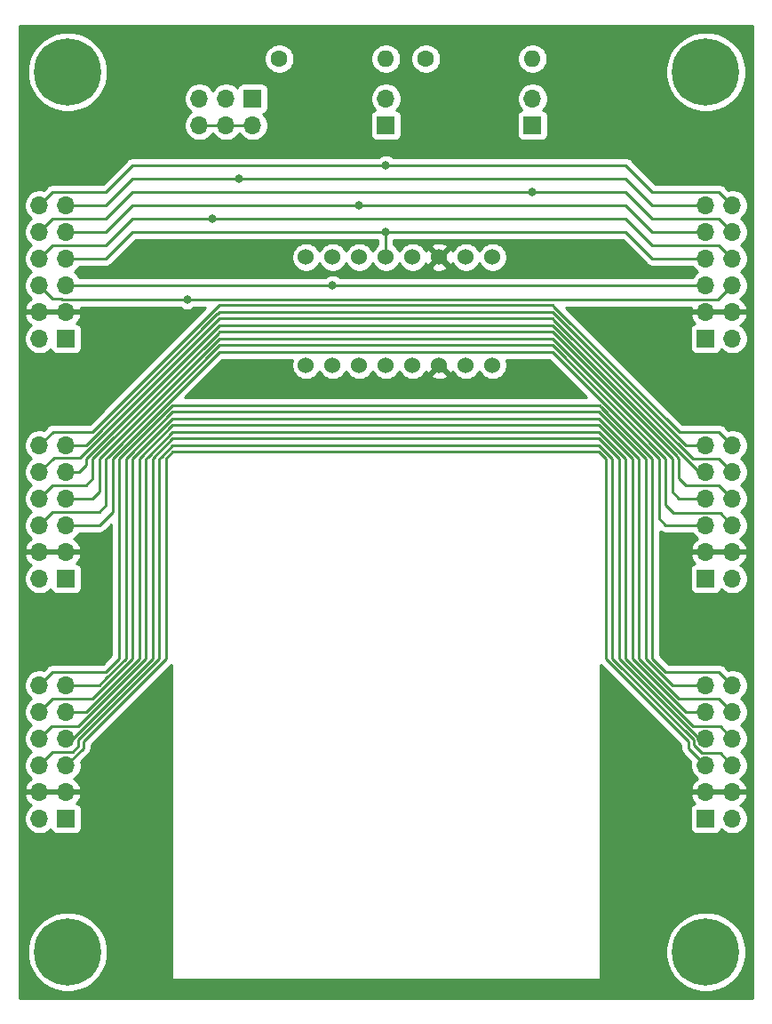
<source format=gbr>
%TF.GenerationSoftware,KiCad,Pcbnew,5.1.10*%
%TF.CreationDate,2022-01-14T13:32:53+01:00*%
%TF.ProjectId,modules_board,6d6f6475-6c65-4735-9f62-6f6172642e6b,rev?*%
%TF.SameCoordinates,Original*%
%TF.FileFunction,Copper,L1,Top*%
%TF.FilePolarity,Positive*%
%FSLAX46Y46*%
G04 Gerber Fmt 4.6, Leading zero omitted, Abs format (unit mm)*
G04 Created by KiCad (PCBNEW 5.1.10) date 2022-01-14 13:32:53*
%MOMM*%
%LPD*%
G01*
G04 APERTURE LIST*
%TA.AperFunction,ComponentPad*%
%ADD10O,1.600000X1.600000*%
%TD*%
%TA.AperFunction,ComponentPad*%
%ADD11C,1.600000*%
%TD*%
%TA.AperFunction,ComponentPad*%
%ADD12C,1.524000*%
%TD*%
%TA.AperFunction,ComponentPad*%
%ADD13O,1.700000X1.700000*%
%TD*%
%TA.AperFunction,ComponentPad*%
%ADD14R,1.700000X1.700000*%
%TD*%
%TA.AperFunction,ComponentPad*%
%ADD15C,0.800000*%
%TD*%
%TA.AperFunction,ComponentPad*%
%ADD16C,6.400000*%
%TD*%
%TA.AperFunction,ViaPad*%
%ADD17C,0.800000*%
%TD*%
%TA.AperFunction,Conductor*%
%ADD18C,0.250000*%
%TD*%
%TA.AperFunction,Conductor*%
%ADD19C,0.254000*%
%TD*%
%TA.AperFunction,Conductor*%
%ADD20C,0.100000*%
%TD*%
G04 APERTURE END LIST*
D10*
%TO.P,R2,2*%
%TO.N,INT*%
X93980000Y-46990000D03*
D11*
%TO.P,R2,1*%
%TO.N,VCC*%
X83820000Y-46990000D03*
%TD*%
D10*
%TO.P,R1,2*%
%TO.N,RESET*%
X107950000Y-46990000D03*
D11*
%TO.P,R1,1*%
%TO.N,VCC*%
X97790000Y-46990000D03*
%TD*%
D12*
%TO.P,U1,8*%
%TO.N,CS*%
X86360000Y-65900000D03*
%TO.P,U1,7*%
%TO.N,PMOD_SPI_SCK*%
X88900000Y-65900000D03*
%TO.P,U1,6*%
%TO.N,PMOD_SPI_MOSI*%
X91440000Y-65900000D03*
%TO.P,U1,5*%
%TO.N,PMOD_SPI_MISO*%
X93980000Y-65900000D03*
%TO.P,U1,4*%
%TO.N,INT*%
X96520000Y-65900000D03*
%TO.P,U1,3*%
%TO.N,GND*%
X99060000Y-65900000D03*
%TO.P,U1,2*%
%TO.N,RESET*%
X101600000Y-65900000D03*
%TO.P,U1,1*%
%TO.N,VCC*%
X104140000Y-65900000D03*
%TO.P,U1,8*%
%TO.N,CS*%
X86360000Y-76200000D03*
%TO.P,U1,7*%
%TO.N,PMOD_SPI_SCK*%
X88900000Y-76200000D03*
%TO.P,U1,6*%
%TO.N,PMOD_SPI_MOSI*%
X91440000Y-76200000D03*
%TO.P,U1,5*%
%TO.N,PMOD_SPI_MISO*%
X93980000Y-76200000D03*
%TO.P,U1,4*%
%TO.N,INT*%
X96520000Y-76200000D03*
%TO.P,U1,3*%
%TO.N,GND*%
X99060000Y-76200000D03*
%TO.P,U1,2*%
%TO.N,RESET*%
X101600000Y-76200000D03*
%TO.P,U1,1*%
%TO.N,VCC*%
X104140000Y-76200000D03*
%TD*%
D13*
%TO.P,J1,12*%
%TO.N,PMOD_I2C_GPIO1*%
X60960000Y-106680000D03*
%TO.P,J1,11*%
%TO.N,PMOD_I2C_INT*%
X63500000Y-106680000D03*
%TO.P,J1,10*%
%TO.N,PMOD_I2C_GPIO2*%
X60960000Y-109220000D03*
%TO.P,J1,9*%
%TO.N,PMOD_I2C_RESET*%
X63500000Y-109220000D03*
%TO.P,J1,8*%
%TO.N,PMOD_I2C_GPIO3*%
X60960000Y-111760000D03*
%TO.P,J1,7*%
%TO.N,PMOD_I2C_SCL*%
X63500000Y-111760000D03*
%TO.P,J1,6*%
%TO.N,PMOD_I2C_GPIO4*%
X60960000Y-114300000D03*
%TO.P,J1,5*%
%TO.N,PMOD_I2C_SDA*%
X63500000Y-114300000D03*
%TO.P,J1,4*%
%TO.N,GND*%
X60960000Y-116840000D03*
%TO.P,J1,3*%
X63500000Y-116840000D03*
%TO.P,J1,2*%
%TO.N,VCC*%
X60960000Y-119380000D03*
D14*
%TO.P,J1,1*%
X63500000Y-119380000D03*
%TD*%
D13*
%TO.P,J11,2*%
%TO.N,INT*%
X93980000Y-50800000D03*
D14*
%TO.P,J11,1*%
%TO.N,PMOD_SPI_INT*%
X93980000Y-53340000D03*
%TD*%
D13*
%TO.P,J10,2*%
%TO.N,RESET*%
X107950000Y-50800000D03*
D14*
%TO.P,J10,1*%
%TO.N,PMOD_SPI_RESET*%
X107950000Y-53340000D03*
%TD*%
D13*
%TO.P,J4,6*%
%TO.N,CS*%
X76200000Y-53340000D03*
%TO.P,J4,5*%
%TO.N,PMOD_SPI_CS3*%
X76200000Y-50800000D03*
%TO.P,J4,4*%
%TO.N,CS*%
X78740000Y-53340000D03*
%TO.P,J4,3*%
%TO.N,PMOD_SPI_CS2*%
X78740000Y-50800000D03*
%TO.P,J4,2*%
%TO.N,CS*%
X81280000Y-53340000D03*
D14*
%TO.P,J4,1*%
%TO.N,PMOD_SPI_CS*%
X81280000Y-50800000D03*
%TD*%
D15*
%TO.P,H4,1*%
%TO.N,N/C*%
X126157056Y-130382944D03*
X124460000Y-129680000D03*
X122762944Y-130382944D03*
X122060000Y-132080000D03*
X122762944Y-133777056D03*
X124460000Y-134480000D03*
X126157056Y-133777056D03*
X126860000Y-132080000D03*
D16*
X124460000Y-132080000D03*
%TD*%
D15*
%TO.P,H3,1*%
%TO.N,N/C*%
X126157056Y-46562944D03*
X124460000Y-45860000D03*
X122762944Y-46562944D03*
X122060000Y-48260000D03*
X122762944Y-49957056D03*
X124460000Y-50660000D03*
X126157056Y-49957056D03*
X126860000Y-48260000D03*
D16*
X124460000Y-48260000D03*
%TD*%
D15*
%TO.P,H2,1*%
%TO.N,N/C*%
X65337056Y-130382944D03*
X63640000Y-129680000D03*
X61942944Y-130382944D03*
X61240000Y-132080000D03*
X61942944Y-133777056D03*
X63640000Y-134480000D03*
X65337056Y-133777056D03*
X66040000Y-132080000D03*
D16*
X63640000Y-132080000D03*
%TD*%
D15*
%TO.P,H1,1*%
%TO.N,N/C*%
X65337056Y-46562944D03*
X63640000Y-45860000D03*
X61942944Y-46562944D03*
X61240000Y-48260000D03*
X61942944Y-49957056D03*
X63640000Y-50660000D03*
X65337056Y-49957056D03*
X66040000Y-48260000D03*
D16*
X63640000Y-48260000D03*
%TD*%
D13*
%TO.P,J9,12*%
%TO.N,PMOD_SPI_INT*%
X127000000Y-60960000D03*
%TO.P,J9,11*%
%TO.N,PMOD_SPI_CS*%
X124460000Y-60960000D03*
%TO.P,J9,10*%
%TO.N,PMOD_SPI_RESET*%
X127000000Y-63500000D03*
%TO.P,J9,9*%
%TO.N,PMOD_SPI_MOSI*%
X124460000Y-63500000D03*
%TO.P,J9,8*%
%TO.N,PMOD_SPI_CS2*%
X127000000Y-66040000D03*
%TO.P,J9,7*%
%TO.N,PMOD_SPI_MISO*%
X124460000Y-66040000D03*
%TO.P,J9,6*%
%TO.N,PMOD_SPI_CS3*%
X127000000Y-68580000D03*
%TO.P,J9,5*%
%TO.N,PMOD_SPI_SCK*%
X124460000Y-68580000D03*
%TO.P,J9,4*%
%TO.N,GND*%
X127000000Y-71120000D03*
%TO.P,J9,3*%
X124460000Y-71120000D03*
%TO.P,J9,2*%
%TO.N,VCC*%
X127000000Y-73660000D03*
D14*
%TO.P,J9,1*%
X124460000Y-73660000D03*
%TD*%
D13*
%TO.P,J8,12*%
%TO.N,PMOD_UART_INT*%
X127000000Y-83820000D03*
%TO.P,J8,11*%
%TO.N,PMOD_UART_CTS*%
X124460000Y-83820000D03*
%TO.P,J8,10*%
%TO.N,PMOD_UART_RESER*%
X127000000Y-86360000D03*
%TO.P,J8,9*%
%TO.N,PMOD_UART_TXD*%
X124460000Y-86360000D03*
%TO.P,J8,8*%
%TO.N,PMOD_UART_GPIO3*%
X127000000Y-88900000D03*
%TO.P,J8,7*%
%TO.N,PMOD_UART_RXD*%
X124460000Y-88900000D03*
%TO.P,J8,6*%
%TO.N,PMOD_UART_GPIO4*%
X127000000Y-91440000D03*
%TO.P,J8,5*%
%TO.N,PMOD_UART_RTS*%
X124460000Y-91440000D03*
%TO.P,J8,4*%
%TO.N,GND*%
X127000000Y-93980000D03*
%TO.P,J8,3*%
X124460000Y-93980000D03*
%TO.P,J8,2*%
%TO.N,VCC*%
X127000000Y-96520000D03*
D14*
%TO.P,J8,1*%
X124460000Y-96520000D03*
%TD*%
D13*
%TO.P,J7,12*%
%TO.N,PMOD_I2C_GPIO1*%
X127000000Y-106680000D03*
%TO.P,J7,11*%
%TO.N,PMOD_I2C_INT*%
X124460000Y-106680000D03*
%TO.P,J7,10*%
%TO.N,PMOD_I2C_GPIO2*%
X127000000Y-109220000D03*
%TO.P,J7,9*%
%TO.N,PMOD_I2C_RESET*%
X124460000Y-109220000D03*
%TO.P,J7,8*%
%TO.N,PMOD_I2C_GPIO3*%
X127000000Y-111760000D03*
%TO.P,J7,7*%
%TO.N,PMOD_I2C_SCL*%
X124460000Y-111760000D03*
%TO.P,J7,6*%
%TO.N,PMOD_I2C_GPIO4*%
X127000000Y-114300000D03*
%TO.P,J7,5*%
%TO.N,PMOD_I2C_SDA*%
X124460000Y-114300000D03*
%TO.P,J7,4*%
%TO.N,GND*%
X127000000Y-116840000D03*
%TO.P,J7,3*%
X124460000Y-116840000D03*
%TO.P,J7,2*%
%TO.N,VCC*%
X127000000Y-119380000D03*
D14*
%TO.P,J7,1*%
X124460000Y-119380000D03*
%TD*%
D13*
%TO.P,J3,12*%
%TO.N,PMOD_SPI_INT*%
X60960000Y-60960000D03*
%TO.P,J3,11*%
%TO.N,PMOD_SPI_CS*%
X63500000Y-60960000D03*
%TO.P,J3,10*%
%TO.N,PMOD_SPI_RESET*%
X60960000Y-63500000D03*
%TO.P,J3,9*%
%TO.N,PMOD_SPI_MOSI*%
X63500000Y-63500000D03*
%TO.P,J3,8*%
%TO.N,PMOD_SPI_CS2*%
X60960000Y-66040000D03*
%TO.P,J3,7*%
%TO.N,PMOD_SPI_MISO*%
X63500000Y-66040000D03*
%TO.P,J3,6*%
%TO.N,PMOD_SPI_CS3*%
X60960000Y-68580000D03*
%TO.P,J3,5*%
%TO.N,PMOD_SPI_SCK*%
X63500000Y-68580000D03*
%TO.P,J3,4*%
%TO.N,GND*%
X60960000Y-71120000D03*
%TO.P,J3,3*%
X63500000Y-71120000D03*
%TO.P,J3,2*%
%TO.N,VCC*%
X60960000Y-73660000D03*
D14*
%TO.P,J3,1*%
X63500000Y-73660000D03*
%TD*%
D13*
%TO.P,J2,12*%
%TO.N,PMOD_UART_INT*%
X60960000Y-83820000D03*
%TO.P,J2,11*%
%TO.N,PMOD_UART_CTS*%
X63500000Y-83820000D03*
%TO.P,J2,10*%
%TO.N,PMOD_UART_RESER*%
X60960000Y-86360000D03*
%TO.P,J2,9*%
%TO.N,PMOD_UART_TXD*%
X63500000Y-86360000D03*
%TO.P,J2,8*%
%TO.N,PMOD_UART_GPIO3*%
X60960000Y-88900000D03*
%TO.P,J2,7*%
%TO.N,PMOD_UART_RXD*%
X63500000Y-88900000D03*
%TO.P,J2,6*%
%TO.N,PMOD_UART_GPIO4*%
X60960000Y-91440000D03*
%TO.P,J2,5*%
%TO.N,PMOD_UART_RTS*%
X63500000Y-91440000D03*
%TO.P,J2,4*%
%TO.N,GND*%
X60960000Y-93980000D03*
%TO.P,J2,3*%
X63500000Y-93980000D03*
%TO.P,J2,2*%
%TO.N,VCC*%
X60960000Y-96520000D03*
D14*
%TO.P,J2,1*%
X63500000Y-96520000D03*
%TD*%
D17*
%TO.N,GND*%
X106680000Y-66040000D03*
X83820000Y-66040000D03*
X106680000Y-76200000D03*
X83820000Y-76200000D03*
X118745000Y-76200000D03*
X69850000Y-76200000D03*
%TO.N,PMOD_SPI_INT*%
X93980000Y-57150000D03*
%TO.N,PMOD_SPI_CS*%
X80010000Y-58420000D03*
%TO.N,PMOD_SPI_RESET*%
X107950000Y-59690000D03*
%TO.N,PMOD_SPI_MOSI*%
X91440000Y-60960000D03*
%TO.N,PMOD_SPI_CS2*%
X77470000Y-62230000D03*
%TO.N,PMOD_SPI_MISO*%
X93980000Y-63500000D03*
%TO.N,PMOD_SPI_CS3*%
X75024999Y-69944999D03*
%TO.N,PMOD_SPI_SCK*%
X88900000Y-68580000D03*
%TD*%
D18*
%TO.N,PMOD_UART_INT*%
X125730000Y-82550000D02*
X127000000Y-83820000D01*
X121941150Y-82550000D02*
X125730000Y-82550000D01*
X109855000Y-70485000D02*
X110039990Y-70669990D01*
X78083850Y-70485000D02*
X109855000Y-70485000D01*
X110061141Y-70669991D02*
X121941150Y-82550000D01*
X66029425Y-82539425D02*
X78083850Y-70485000D01*
X110039990Y-70669990D02*
X110061141Y-70669991D01*
X62240575Y-82539425D02*
X66029425Y-82539425D01*
X60960000Y-83820000D02*
X62240575Y-82539425D01*
%TO.N,PMOD_UART_CTS*%
X65385260Y-83820000D02*
X63500000Y-83820000D01*
X77900269Y-71304991D02*
X65385260Y-83820000D01*
X78105000Y-71120000D02*
X77920009Y-71304991D01*
X109874740Y-71120000D02*
X78105000Y-71120000D01*
X77920009Y-71304991D02*
X77900269Y-71304991D01*
X122574740Y-83820000D02*
X109874740Y-71120000D01*
X124460000Y-83820000D02*
X122574740Y-83820000D01*
%TO.N,PMOD_UART_RESER*%
X125720835Y-85080835D02*
X127000000Y-86360000D01*
X123199165Y-85080835D02*
X125720835Y-85080835D01*
X110039990Y-71939990D02*
X110058321Y-71939991D01*
X110058321Y-71939991D02*
X123199165Y-85080835D01*
X109855000Y-71755000D02*
X110039990Y-71939990D01*
X78086670Y-71755000D02*
X109855000Y-71755000D01*
X64846669Y-84995001D02*
X78086670Y-71755000D01*
X62324999Y-84995001D02*
X64846669Y-84995001D01*
X60960000Y-86360000D02*
X62324999Y-84995001D01*
%TO.N,PMOD_UART_TXD*%
X78088080Y-72390000D02*
X109871920Y-72390000D01*
X65405000Y-85073080D02*
X78088080Y-72390000D01*
X109871920Y-72390000D02*
X123841920Y-86360000D01*
X65405000Y-85725000D02*
X65405000Y-85073080D01*
X123841920Y-86360000D02*
X124460000Y-86360000D01*
X64770000Y-86360000D02*
X65405000Y-85725000D01*
X63500000Y-86360000D02*
X64770000Y-86360000D01*
%TO.N,PMOD_UART_GPIO3*%
X60960000Y-88900000D02*
X62230000Y-87630000D01*
X62230000Y-87630000D02*
X65405000Y-87630000D01*
X65405000Y-87630000D02*
X66040000Y-86995000D01*
X66040000Y-86995000D02*
X66040000Y-85074490D01*
X66040000Y-85074490D02*
X66224991Y-84889499D01*
X66224991Y-84889499D02*
X66667245Y-84447245D01*
X77904499Y-73209991D02*
X77920009Y-73209991D01*
X66667245Y-84447245D02*
X77904499Y-73209991D01*
X77920009Y-73209991D02*
X78105000Y-73025000D01*
X127000000Y-88900000D02*
X125730000Y-87630000D01*
X125730000Y-87630000D02*
X122555000Y-87630000D01*
X122555000Y-87630000D02*
X121920000Y-86995000D01*
X121920000Y-86995000D02*
X121920000Y-85090000D01*
X121735009Y-84889499D02*
X109870510Y-73025000D01*
X121735010Y-84905010D02*
X121735009Y-84889499D01*
X121920000Y-85090000D02*
X121735010Y-84905010D01*
X109870510Y-73025000D02*
X80010000Y-73025000D01*
X80010000Y-73025000D02*
X80645000Y-73025000D01*
X78105000Y-73025000D02*
X80010000Y-73025000D01*
%TO.N,PMOD_UART_RXD*%
X121285000Y-88265000D02*
X121920000Y-88900000D01*
X121285000Y-85075900D02*
X121285000Y-88265000D01*
X109855000Y-73660000D02*
X110039990Y-73844990D01*
X78090900Y-73660000D02*
X109855000Y-73660000D01*
X66675000Y-85075900D02*
X78090900Y-73660000D01*
X121920000Y-88900000D02*
X124460000Y-88900000D01*
X110054091Y-73844991D02*
X121285000Y-85075900D01*
X110039990Y-73844990D02*
X110054091Y-73844991D01*
X66675000Y-88265000D02*
X66675000Y-85075900D01*
X66040000Y-88900000D02*
X66675000Y-88265000D01*
X63500000Y-88900000D02*
X66040000Y-88900000D01*
%TO.N,PMOD_UART_GPIO4*%
X66675000Y-90170000D02*
X62230000Y-90170000D01*
X120650000Y-85090000D02*
X120465010Y-84905010D01*
X127000000Y-91440000D02*
X125824999Y-90264999D01*
X121379999Y-90264999D02*
X120650000Y-89535000D01*
X62230000Y-90170000D02*
X60960000Y-91440000D01*
X120650000Y-89535000D02*
X120650000Y-85090000D01*
X120465009Y-84892319D02*
X109867690Y-74295000D01*
X109867690Y-74295000D02*
X78092310Y-74295000D01*
X67494990Y-84905010D02*
X67310000Y-85090000D01*
X78092310Y-74295000D02*
X67494991Y-84892319D01*
X125824999Y-90264999D02*
X121379999Y-90264999D01*
X67494991Y-84892319D02*
X67494990Y-84905010D01*
X67310000Y-85090000D02*
X67310000Y-89535000D01*
X120465010Y-84905010D02*
X120465009Y-84892319D01*
X67310000Y-89535000D02*
X66675000Y-90170000D01*
%TO.N,PMOD_UART_RTS*%
X63500000Y-91440000D02*
X66675000Y-91440000D01*
X66675000Y-91440000D02*
X67945000Y-90170000D01*
X67945000Y-85078720D02*
X78093720Y-74930000D01*
X67945000Y-90170000D02*
X67945000Y-85078720D01*
X78093720Y-74930000D02*
X80645000Y-74930000D01*
X80645000Y-74930000D02*
X80010000Y-74930000D01*
X80645000Y-74930000D02*
X109866280Y-74930000D01*
X109866280Y-74930000D02*
X120015000Y-85078720D01*
X120015000Y-85078720D02*
X120015000Y-90805000D01*
X120650000Y-91440000D02*
X124460000Y-91440000D01*
X120015000Y-90805000D02*
X120650000Y-91440000D01*
%TO.N,PMOD_SPI_INT*%
X119380000Y-59690000D02*
X125730000Y-59690000D01*
X116840000Y-57150000D02*
X119380000Y-59690000D01*
X125730000Y-59690000D02*
X127000000Y-60960000D01*
X67310000Y-59690000D02*
X69850000Y-57150000D01*
X62230000Y-59690000D02*
X67310000Y-59690000D01*
X60960000Y-60960000D02*
X62230000Y-59690000D01*
X93980000Y-57150000D02*
X116840000Y-57150000D01*
X69850000Y-57150000D02*
X93980000Y-57150000D01*
%TO.N,PMOD_SPI_CS*%
X63500000Y-60960000D02*
X67310000Y-60960000D01*
X124460000Y-60960000D02*
X119380000Y-60960000D01*
X119380000Y-60960000D02*
X116840000Y-58420000D01*
X67310000Y-60960000D02*
X69850000Y-58420000D01*
X69850000Y-58420000D02*
X73660000Y-58420000D01*
X80010000Y-58420000D02*
X73660000Y-58420000D01*
X116840000Y-58420000D02*
X80010000Y-58420000D01*
%TO.N,PMOD_SPI_RESET*%
X125730000Y-62230000D02*
X127000000Y-63500000D01*
X119380000Y-62230000D02*
X125730000Y-62230000D01*
X116840000Y-59690000D02*
X119380000Y-62230000D01*
X67310000Y-62230000D02*
X69850000Y-59690000D01*
X62230000Y-62230000D02*
X67310000Y-62230000D01*
X60960000Y-63500000D02*
X62230000Y-62230000D01*
X107950000Y-59690000D02*
X116840000Y-59690000D01*
X69850000Y-59690000D02*
X107950000Y-59690000D01*
%TO.N,PMOD_SPI_MOSI*%
X63500000Y-63500000D02*
X67310000Y-63500000D01*
X67310000Y-63500000D02*
X69850000Y-60960000D01*
X69850000Y-60960000D02*
X73660000Y-60960000D01*
X124460000Y-63500000D02*
X119380000Y-63500000D01*
X119380000Y-63500000D02*
X116840000Y-60960000D01*
X116840000Y-60960000D02*
X73660000Y-60960000D01*
%TO.N,PMOD_SPI_CS2*%
X125730000Y-64770000D02*
X127000000Y-66040000D01*
X119380000Y-64770000D02*
X125730000Y-64770000D01*
X116840000Y-62230000D02*
X119380000Y-64770000D01*
X67310000Y-64770000D02*
X69850000Y-62230000D01*
X62230000Y-64770000D02*
X67310000Y-64770000D01*
X60960000Y-66040000D02*
X62230000Y-64770000D01*
X77470000Y-62230000D02*
X116840000Y-62230000D01*
X69850000Y-62230000D02*
X77470000Y-62230000D01*
%TO.N,PMOD_SPI_MISO*%
X67310000Y-66040000D02*
X63500000Y-66040000D01*
X69850000Y-63500000D02*
X67310000Y-66040000D01*
X116840000Y-63500000D02*
X69850000Y-63500000D01*
X119380000Y-66040000D02*
X116840000Y-63500000D01*
X124460000Y-66040000D02*
X119380000Y-66040000D01*
X93980000Y-65900000D02*
X93980000Y-63500000D01*
%TO.N,PMOD_SPI_CS3*%
X63030998Y-69850000D02*
X62230000Y-69850000D01*
X63125997Y-69944999D02*
X63030998Y-69850000D01*
X62230000Y-69850000D02*
X60960000Y-68580000D01*
X127000000Y-68580000D02*
X125635001Y-69944999D01*
X75024999Y-69944999D02*
X63125997Y-69944999D01*
X125635001Y-69944999D02*
X75024999Y-69944999D01*
%TO.N,PMOD_SPI_SCK*%
X88900000Y-68580000D02*
X124460000Y-68580000D01*
X63500000Y-68580000D02*
X88900000Y-68580000D01*
%TO.N,PMOD_I2C_GPIO1*%
X127000000Y-106680000D02*
X125728590Y-105408590D01*
X125728590Y-105408590D02*
X120651410Y-105408590D01*
X120651410Y-105408590D02*
X119380000Y-104137180D01*
X119380000Y-104137180D02*
X119380000Y-102870000D01*
X119380000Y-102870000D02*
X119380000Y-85090000D01*
X119380000Y-85080130D02*
X114494860Y-80194990D01*
X119380000Y-85090000D02*
X119380000Y-85080130D01*
X114309870Y-80010000D02*
X114622435Y-80322565D01*
X73650130Y-80010000D02*
X114309870Y-80010000D01*
X62230000Y-105410000D02*
X67307180Y-105410000D01*
X68580000Y-104137180D02*
X68580000Y-85080130D01*
X67307180Y-105410000D02*
X68580000Y-104137180D01*
X60960000Y-106680000D02*
X62230000Y-105410000D01*
X114622435Y-80322565D02*
X114494860Y-80194990D01*
X68580000Y-85080130D02*
X73650130Y-80010000D01*
X119195715Y-84895845D02*
X114622435Y-80322565D01*
%TO.N,PMOD_I2C_INT*%
X124460000Y-106680000D02*
X121286410Y-106680000D01*
X121286410Y-106680000D02*
X118745705Y-104139295D01*
X118745705Y-104139295D02*
X118745000Y-104138590D01*
X67307180Y-106045000D02*
X66672180Y-106680000D01*
X67308590Y-106045000D02*
X67307180Y-106045000D01*
X66672180Y-106680000D02*
X63500000Y-106680000D01*
X69215000Y-85090000D02*
X69215000Y-104138590D01*
X69215000Y-104138590D02*
X67308590Y-106045000D01*
X69399991Y-84896549D02*
X69399990Y-84905010D01*
X69399990Y-84905010D02*
X69215000Y-85090000D01*
X114308460Y-80645000D02*
X73651540Y-80645000D01*
X73651540Y-80645000D02*
X69399991Y-84896549D01*
X118560009Y-84896549D02*
X114308460Y-80645000D01*
X118560010Y-84905010D02*
X118560009Y-84896549D01*
X118745705Y-85090705D02*
X118560010Y-84905010D01*
X118745705Y-104139295D02*
X118745705Y-85090705D01*
%TO.N,PMOD_I2C_GPIO2*%
X60960000Y-109220000D02*
X62230705Y-107949295D01*
X62230705Y-107949295D02*
X66039295Y-107949295D01*
X66039295Y-107949295D02*
X66674295Y-107314295D01*
X67308591Y-106679999D02*
X67310001Y-106679999D01*
X66674295Y-107314295D02*
X67308591Y-106679999D01*
X67310001Y-106679999D02*
X69850000Y-104140000D01*
X69850000Y-104140000D02*
X69850000Y-86360000D01*
X127000000Y-109220000D02*
X125730000Y-107950000D01*
X125730000Y-107950000D02*
X121920000Y-107950000D01*
X121920000Y-107950000D02*
X118110000Y-104140000D01*
X118110000Y-104140000D02*
X118110000Y-102870000D01*
X69850000Y-86360000D02*
X69850000Y-85090000D01*
X69850000Y-85082950D02*
X73652950Y-81280000D01*
X69850000Y-85090000D02*
X69850000Y-85082950D01*
X73652950Y-81280000D02*
X74295000Y-81280000D01*
X74295000Y-81280000D02*
X114300000Y-81280000D01*
X114307050Y-81280000D02*
X118110000Y-85082950D01*
X114300000Y-81280000D02*
X114307050Y-81280000D01*
X118110000Y-85082950D02*
X118110000Y-103505000D01*
%TO.N,PMOD_I2C_RESET*%
X65405000Y-109220000D02*
X63500000Y-109220000D01*
X124460000Y-109220000D02*
X122553590Y-109220000D01*
X67494991Y-107130009D02*
X65405000Y-109220000D01*
X122553590Y-109220000D02*
X117475000Y-104141410D01*
X117475000Y-104141410D02*
X117475000Y-85084360D01*
X70300009Y-104329221D02*
X67499221Y-107130009D01*
X114484990Y-82099990D02*
X114300000Y-81915000D01*
X70485000Y-85084360D02*
X70485000Y-104140000D01*
X73654360Y-81915000D02*
X70485000Y-85084360D01*
X70485000Y-104140000D02*
X70300010Y-104324990D01*
X114490631Y-82099991D02*
X114484990Y-82099990D01*
X70300010Y-104324990D02*
X70300009Y-104329221D01*
X114300000Y-81915000D02*
X73654360Y-81915000D01*
X117475000Y-85084360D02*
X114490631Y-82099991D01*
X67499221Y-107130009D02*
X67494991Y-107130009D01*
%TO.N,PMOD_I2C_GPIO3*%
X123282179Y-110584999D02*
X125824999Y-110584999D01*
X60960000Y-111760000D02*
X62135001Y-110584999D01*
X67685622Y-107580018D02*
X71120000Y-104145640D01*
X62135001Y-110584999D02*
X64676411Y-110584999D01*
X64676411Y-110584999D02*
X67681392Y-107580018D01*
X67681392Y-107580018D02*
X67685622Y-107580018D01*
X71120000Y-85090000D02*
X71304990Y-84905010D01*
X71304990Y-84905010D02*
X71304991Y-84900779D01*
X71304991Y-84900779D02*
X73655770Y-82550000D01*
X114304230Y-82550000D02*
X116840000Y-85085770D01*
X125824999Y-110584999D02*
X127000000Y-111760000D01*
X71120000Y-104145640D02*
X71120000Y-85090000D01*
X73655770Y-82550000D02*
X114304230Y-82550000D01*
X116840000Y-85085770D02*
X116840000Y-104142820D01*
X116840000Y-104142820D02*
X123282179Y-110584999D01*
%TO.N,PMOD_I2C_SCL*%
X64142050Y-111760000D02*
X63500000Y-111760000D01*
X71570009Y-104332041D02*
X64142050Y-111760000D01*
X116389990Y-104324990D02*
X116205000Y-104140000D01*
X71570010Y-104324990D02*
X71570009Y-104332041D01*
X116389991Y-104329221D02*
X116389990Y-104324990D01*
X124460000Y-111760000D02*
X123820770Y-111760000D01*
X71755000Y-104140000D02*
X71570010Y-104324990D01*
X116205000Y-104140000D02*
X116205000Y-85087180D01*
X114487811Y-83369991D02*
X114484990Y-83369990D01*
X73657180Y-83185000D02*
X71755000Y-85087180D01*
X114484990Y-83369990D02*
X114300000Y-83185000D01*
X123820770Y-111760000D02*
X116389991Y-104329221D01*
X114300000Y-83185000D02*
X73657180Y-83185000D01*
X116205000Y-85087180D02*
X114487811Y-83369991D01*
X71755000Y-85087180D02*
X71755000Y-104140000D01*
%TO.N,PMOD_I2C_GPIO4*%
X64140640Y-113030000D02*
X62230000Y-113030000D01*
X64675001Y-112489999D02*
X64140640Y-113024360D01*
X64675001Y-111863459D02*
X64675001Y-112489999D01*
X127000000Y-114300000D02*
X125824999Y-113124999D01*
X125824999Y-113124999D02*
X124085997Y-113124999D01*
X124085997Y-113124999D02*
X123284999Y-112324001D01*
X123284999Y-111860639D02*
X115570000Y-104145640D01*
X72574991Y-84903599D02*
X72574990Y-84905010D01*
X123284999Y-112324001D02*
X123284999Y-111860639D01*
X115570000Y-104145640D02*
X115570000Y-85088590D01*
X114301410Y-83820000D02*
X73658590Y-83820000D01*
X73658590Y-83820000D02*
X72574991Y-84903599D01*
X64140640Y-113024360D02*
X64140640Y-113030000D01*
X115570000Y-85088590D02*
X114301410Y-83820000D01*
X72574990Y-84905010D02*
X72390000Y-85090000D01*
X62230000Y-113030000D02*
X60960000Y-114300000D01*
X72390000Y-85090000D02*
X72390000Y-104148460D01*
X72390000Y-104148460D02*
X64675001Y-111863459D01*
%TO.N,PMOD_I2C_SDA*%
X73025000Y-85265364D02*
X73025000Y-85090000D01*
X73025000Y-85090000D02*
X73660000Y-84455000D01*
X73660000Y-84455000D02*
X74930000Y-84455000D01*
X74930000Y-84455000D02*
X75565000Y-84455000D01*
X122834989Y-112674989D02*
X124460000Y-114300000D01*
X122834989Y-112047039D02*
X122834989Y-112674989D01*
X115119990Y-104324990D02*
X115119991Y-104332041D01*
X114935000Y-104140000D02*
X115119990Y-104324990D01*
X114300000Y-84455000D02*
X114935000Y-85090000D01*
X115119991Y-104332041D02*
X122834989Y-112047039D01*
X114935000Y-85090000D02*
X114935000Y-104140000D01*
X74930000Y-84455000D02*
X114300000Y-84455000D01*
X63507050Y-114300000D02*
X63500000Y-114300000D01*
X65125011Y-112682039D02*
X63507050Y-114300000D01*
X65125011Y-112049859D02*
X65125011Y-112682039D01*
X72840009Y-104334861D02*
X65125011Y-112049859D01*
X73025000Y-104140000D02*
X72840010Y-104324990D01*
X72840010Y-104324990D02*
X72840009Y-104334861D01*
X73025000Y-85090000D02*
X73025000Y-104140000D01*
%TO.N,CS*%
X81280000Y-53340000D02*
X76200000Y-53340000D01*
%TD*%
D19*
%TO.N,GND*%
X128880001Y-136500000D02*
X59080000Y-136500000D01*
X59080000Y-131702285D01*
X59805000Y-131702285D01*
X59805000Y-132457715D01*
X59952377Y-133198628D01*
X60241467Y-133896554D01*
X60661161Y-134524670D01*
X61195330Y-135058839D01*
X61823446Y-135478533D01*
X62521372Y-135767623D01*
X63262285Y-135915000D01*
X64017715Y-135915000D01*
X64758628Y-135767623D01*
X65456554Y-135478533D01*
X66084670Y-135058839D01*
X66618839Y-134524670D01*
X67038533Y-133896554D01*
X67327623Y-133198628D01*
X67475000Y-132457715D01*
X67475000Y-131702285D01*
X67327623Y-130961372D01*
X67038533Y-130263446D01*
X66618839Y-129635330D01*
X66084670Y-129101161D01*
X65456554Y-128681467D01*
X64758628Y-128392377D01*
X64017715Y-128245000D01*
X63262285Y-128245000D01*
X62521372Y-128392377D01*
X61823446Y-128681467D01*
X61195330Y-129101161D01*
X60661161Y-129635330D01*
X60241467Y-130263446D01*
X59952377Y-130961372D01*
X59805000Y-131702285D01*
X59080000Y-131702285D01*
X59080000Y-119233740D01*
X59475000Y-119233740D01*
X59475000Y-119526260D01*
X59532068Y-119813158D01*
X59644010Y-120083411D01*
X59806525Y-120326632D01*
X60013368Y-120533475D01*
X60256589Y-120695990D01*
X60526842Y-120807932D01*
X60813740Y-120865000D01*
X61106260Y-120865000D01*
X61393158Y-120807932D01*
X61663411Y-120695990D01*
X61906632Y-120533475D01*
X62038487Y-120401620D01*
X62060498Y-120474180D01*
X62119463Y-120584494D01*
X62198815Y-120681185D01*
X62295506Y-120760537D01*
X62405820Y-120819502D01*
X62525518Y-120855812D01*
X62650000Y-120868072D01*
X64350000Y-120868072D01*
X64474482Y-120855812D01*
X64594180Y-120819502D01*
X64704494Y-120760537D01*
X64801185Y-120681185D01*
X64880537Y-120584494D01*
X64939502Y-120474180D01*
X64975812Y-120354482D01*
X64988072Y-120230000D01*
X64988072Y-118530000D01*
X64975812Y-118405518D01*
X64939502Y-118285820D01*
X64880537Y-118175506D01*
X64801185Y-118078815D01*
X64704494Y-117999463D01*
X64594180Y-117940498D01*
X64513534Y-117916034D01*
X64597588Y-117840269D01*
X64771641Y-117606920D01*
X64896825Y-117344099D01*
X64941476Y-117196890D01*
X64820155Y-116967000D01*
X63627000Y-116967000D01*
X63627000Y-116987000D01*
X63373000Y-116987000D01*
X63373000Y-116967000D01*
X61087000Y-116967000D01*
X61087000Y-116987000D01*
X60833000Y-116987000D01*
X60833000Y-116967000D01*
X59639845Y-116967000D01*
X59518524Y-117196890D01*
X59563175Y-117344099D01*
X59688359Y-117606920D01*
X59862412Y-117840269D01*
X60078645Y-118035178D01*
X60195534Y-118104805D01*
X60013368Y-118226525D01*
X59806525Y-118433368D01*
X59644010Y-118676589D01*
X59532068Y-118946842D01*
X59475000Y-119233740D01*
X59080000Y-119233740D01*
X59080000Y-96373740D01*
X59475000Y-96373740D01*
X59475000Y-96666260D01*
X59532068Y-96953158D01*
X59644010Y-97223411D01*
X59806525Y-97466632D01*
X60013368Y-97673475D01*
X60256589Y-97835990D01*
X60526842Y-97947932D01*
X60813740Y-98005000D01*
X61106260Y-98005000D01*
X61393158Y-97947932D01*
X61663411Y-97835990D01*
X61906632Y-97673475D01*
X62038487Y-97541620D01*
X62060498Y-97614180D01*
X62119463Y-97724494D01*
X62198815Y-97821185D01*
X62295506Y-97900537D01*
X62405820Y-97959502D01*
X62525518Y-97995812D01*
X62650000Y-98008072D01*
X64350000Y-98008072D01*
X64474482Y-97995812D01*
X64594180Y-97959502D01*
X64704494Y-97900537D01*
X64801185Y-97821185D01*
X64880537Y-97724494D01*
X64939502Y-97614180D01*
X64975812Y-97494482D01*
X64988072Y-97370000D01*
X64988072Y-95670000D01*
X64975812Y-95545518D01*
X64939502Y-95425820D01*
X64880537Y-95315506D01*
X64801185Y-95218815D01*
X64704494Y-95139463D01*
X64594180Y-95080498D01*
X64513534Y-95056034D01*
X64597588Y-94980269D01*
X64771641Y-94746920D01*
X64896825Y-94484099D01*
X64941476Y-94336890D01*
X64820155Y-94107000D01*
X63627000Y-94107000D01*
X63627000Y-94127000D01*
X63373000Y-94127000D01*
X63373000Y-94107000D01*
X61087000Y-94107000D01*
X61087000Y-94127000D01*
X60833000Y-94127000D01*
X60833000Y-94107000D01*
X59639845Y-94107000D01*
X59518524Y-94336890D01*
X59563175Y-94484099D01*
X59688359Y-94746920D01*
X59862412Y-94980269D01*
X60078645Y-95175178D01*
X60195534Y-95244805D01*
X60013368Y-95366525D01*
X59806525Y-95573368D01*
X59644010Y-95816589D01*
X59532068Y-96086842D01*
X59475000Y-96373740D01*
X59080000Y-96373740D01*
X59080000Y-73513740D01*
X59475000Y-73513740D01*
X59475000Y-73806260D01*
X59532068Y-74093158D01*
X59644010Y-74363411D01*
X59806525Y-74606632D01*
X60013368Y-74813475D01*
X60256589Y-74975990D01*
X60526842Y-75087932D01*
X60813740Y-75145000D01*
X61106260Y-75145000D01*
X61393158Y-75087932D01*
X61663411Y-74975990D01*
X61906632Y-74813475D01*
X62038487Y-74681620D01*
X62060498Y-74754180D01*
X62119463Y-74864494D01*
X62198815Y-74961185D01*
X62295506Y-75040537D01*
X62405820Y-75099502D01*
X62525518Y-75135812D01*
X62650000Y-75148072D01*
X64350000Y-75148072D01*
X64474482Y-75135812D01*
X64594180Y-75099502D01*
X64704494Y-75040537D01*
X64801185Y-74961185D01*
X64880537Y-74864494D01*
X64939502Y-74754180D01*
X64975812Y-74634482D01*
X64988072Y-74510000D01*
X64988072Y-72810000D01*
X64975812Y-72685518D01*
X64939502Y-72565820D01*
X64880537Y-72455506D01*
X64801185Y-72358815D01*
X64704494Y-72279463D01*
X64594180Y-72220498D01*
X64513534Y-72196034D01*
X64597588Y-72120269D01*
X64771641Y-71886920D01*
X64896825Y-71624099D01*
X64941476Y-71476890D01*
X64820155Y-71247000D01*
X63627000Y-71247000D01*
X63627000Y-71267000D01*
X63373000Y-71267000D01*
X63373000Y-71247000D01*
X61087000Y-71247000D01*
X61087000Y-71267000D01*
X60833000Y-71267000D01*
X60833000Y-71247000D01*
X59639845Y-71247000D01*
X59518524Y-71476890D01*
X59563175Y-71624099D01*
X59688359Y-71886920D01*
X59862412Y-72120269D01*
X60078645Y-72315178D01*
X60195534Y-72384805D01*
X60013368Y-72506525D01*
X59806525Y-72713368D01*
X59644010Y-72956589D01*
X59532068Y-73226842D01*
X59475000Y-73513740D01*
X59080000Y-73513740D01*
X59080000Y-60813740D01*
X59475000Y-60813740D01*
X59475000Y-61106260D01*
X59532068Y-61393158D01*
X59644010Y-61663411D01*
X59806525Y-61906632D01*
X60013368Y-62113475D01*
X60187760Y-62230000D01*
X60013368Y-62346525D01*
X59806525Y-62553368D01*
X59644010Y-62796589D01*
X59532068Y-63066842D01*
X59475000Y-63353740D01*
X59475000Y-63646260D01*
X59532068Y-63933158D01*
X59644010Y-64203411D01*
X59806525Y-64446632D01*
X60013368Y-64653475D01*
X60187760Y-64770000D01*
X60013368Y-64886525D01*
X59806525Y-65093368D01*
X59644010Y-65336589D01*
X59532068Y-65606842D01*
X59475000Y-65893740D01*
X59475000Y-66186260D01*
X59532068Y-66473158D01*
X59644010Y-66743411D01*
X59806525Y-66986632D01*
X60013368Y-67193475D01*
X60187760Y-67310000D01*
X60013368Y-67426525D01*
X59806525Y-67633368D01*
X59644010Y-67876589D01*
X59532068Y-68146842D01*
X59475000Y-68433740D01*
X59475000Y-68726260D01*
X59532068Y-69013158D01*
X59644010Y-69283411D01*
X59806525Y-69526632D01*
X60013368Y-69733475D01*
X60195534Y-69855195D01*
X60078645Y-69924822D01*
X59862412Y-70119731D01*
X59688359Y-70353080D01*
X59563175Y-70615901D01*
X59518524Y-70763110D01*
X59639845Y-70993000D01*
X60833000Y-70993000D01*
X60833000Y-70973000D01*
X61087000Y-70973000D01*
X61087000Y-70993000D01*
X63373000Y-70993000D01*
X63373000Y-70973000D01*
X63627000Y-70973000D01*
X63627000Y-70993000D01*
X64820155Y-70993000D01*
X64941476Y-70763110D01*
X64923850Y-70704999D01*
X74321288Y-70704999D01*
X74365225Y-70748936D01*
X74534743Y-70862204D01*
X74723101Y-70940225D01*
X74923060Y-70979999D01*
X75126938Y-70979999D01*
X75326897Y-70940225D01*
X75515255Y-70862204D01*
X75684773Y-70748936D01*
X75728710Y-70704999D01*
X76789049Y-70704999D01*
X65714624Y-81779425D01*
X62277908Y-81779425D01*
X62240575Y-81775748D01*
X62203242Y-81779425D01*
X62091589Y-81790422D01*
X61948328Y-81833879D01*
X61816299Y-81904451D01*
X61700574Y-81999424D01*
X61676776Y-82028422D01*
X61326408Y-82378790D01*
X61106260Y-82335000D01*
X60813740Y-82335000D01*
X60526842Y-82392068D01*
X60256589Y-82504010D01*
X60013368Y-82666525D01*
X59806525Y-82873368D01*
X59644010Y-83116589D01*
X59532068Y-83386842D01*
X59475000Y-83673740D01*
X59475000Y-83966260D01*
X59532068Y-84253158D01*
X59644010Y-84523411D01*
X59806525Y-84766632D01*
X60013368Y-84973475D01*
X60187760Y-85090000D01*
X60013368Y-85206525D01*
X59806525Y-85413368D01*
X59644010Y-85656589D01*
X59532068Y-85926842D01*
X59475000Y-86213740D01*
X59475000Y-86506260D01*
X59532068Y-86793158D01*
X59644010Y-87063411D01*
X59806525Y-87306632D01*
X60013368Y-87513475D01*
X60187760Y-87630000D01*
X60013368Y-87746525D01*
X59806525Y-87953368D01*
X59644010Y-88196589D01*
X59532068Y-88466842D01*
X59475000Y-88753740D01*
X59475000Y-89046260D01*
X59532068Y-89333158D01*
X59644010Y-89603411D01*
X59806525Y-89846632D01*
X60013368Y-90053475D01*
X60187760Y-90170000D01*
X60013368Y-90286525D01*
X59806525Y-90493368D01*
X59644010Y-90736589D01*
X59532068Y-91006842D01*
X59475000Y-91293740D01*
X59475000Y-91586260D01*
X59532068Y-91873158D01*
X59644010Y-92143411D01*
X59806525Y-92386632D01*
X60013368Y-92593475D01*
X60195534Y-92715195D01*
X60078645Y-92784822D01*
X59862412Y-92979731D01*
X59688359Y-93213080D01*
X59563175Y-93475901D01*
X59518524Y-93623110D01*
X59639845Y-93853000D01*
X60833000Y-93853000D01*
X60833000Y-93833000D01*
X61087000Y-93833000D01*
X61087000Y-93853000D01*
X63373000Y-93853000D01*
X63373000Y-93833000D01*
X63627000Y-93833000D01*
X63627000Y-93853000D01*
X64820155Y-93853000D01*
X64941476Y-93623110D01*
X64896825Y-93475901D01*
X64771641Y-93213080D01*
X64597588Y-92979731D01*
X64381355Y-92784822D01*
X64264466Y-92715195D01*
X64446632Y-92593475D01*
X64653475Y-92386632D01*
X64778178Y-92200000D01*
X66637678Y-92200000D01*
X66675000Y-92203676D01*
X66712322Y-92200000D01*
X66712333Y-92200000D01*
X66823986Y-92189003D01*
X66967247Y-92145546D01*
X67099276Y-92074974D01*
X67215001Y-91980001D01*
X67238804Y-91950997D01*
X67820001Y-91369801D01*
X67820000Y-103822378D01*
X66992379Y-104650000D01*
X62267322Y-104650000D01*
X62229999Y-104646324D01*
X62192676Y-104650000D01*
X62192667Y-104650000D01*
X62081014Y-104660997D01*
X61937753Y-104704454D01*
X61805724Y-104775026D01*
X61689999Y-104869999D01*
X61666201Y-104898997D01*
X61326408Y-105238790D01*
X61106260Y-105195000D01*
X60813740Y-105195000D01*
X60526842Y-105252068D01*
X60256589Y-105364010D01*
X60013368Y-105526525D01*
X59806525Y-105733368D01*
X59644010Y-105976589D01*
X59532068Y-106246842D01*
X59475000Y-106533740D01*
X59475000Y-106826260D01*
X59532068Y-107113158D01*
X59644010Y-107383411D01*
X59806525Y-107626632D01*
X60013368Y-107833475D01*
X60187760Y-107950000D01*
X60013368Y-108066525D01*
X59806525Y-108273368D01*
X59644010Y-108516589D01*
X59532068Y-108786842D01*
X59475000Y-109073740D01*
X59475000Y-109366260D01*
X59532068Y-109653158D01*
X59644010Y-109923411D01*
X59806525Y-110166632D01*
X60013368Y-110373475D01*
X60187760Y-110490000D01*
X60013368Y-110606525D01*
X59806525Y-110813368D01*
X59644010Y-111056589D01*
X59532068Y-111326842D01*
X59475000Y-111613740D01*
X59475000Y-111906260D01*
X59532068Y-112193158D01*
X59644010Y-112463411D01*
X59806525Y-112706632D01*
X60013368Y-112913475D01*
X60187760Y-113030000D01*
X60013368Y-113146525D01*
X59806525Y-113353368D01*
X59644010Y-113596589D01*
X59532068Y-113866842D01*
X59475000Y-114153740D01*
X59475000Y-114446260D01*
X59532068Y-114733158D01*
X59644010Y-115003411D01*
X59806525Y-115246632D01*
X60013368Y-115453475D01*
X60195534Y-115575195D01*
X60078645Y-115644822D01*
X59862412Y-115839731D01*
X59688359Y-116073080D01*
X59563175Y-116335901D01*
X59518524Y-116483110D01*
X59639845Y-116713000D01*
X60833000Y-116713000D01*
X60833000Y-116693000D01*
X61087000Y-116693000D01*
X61087000Y-116713000D01*
X63373000Y-116713000D01*
X63373000Y-116693000D01*
X63627000Y-116693000D01*
X63627000Y-116713000D01*
X64820155Y-116713000D01*
X64941476Y-116483110D01*
X64896825Y-116335901D01*
X64771641Y-116073080D01*
X64597588Y-115839731D01*
X64381355Y-115644822D01*
X64264466Y-115575195D01*
X64446632Y-115453475D01*
X64653475Y-115246632D01*
X64815990Y-115003411D01*
X64927932Y-114733158D01*
X64985000Y-114446260D01*
X64985000Y-114153740D01*
X64942379Y-113939473D01*
X65636019Y-113245834D01*
X65665012Y-113222040D01*
X65688806Y-113193047D01*
X65688810Y-113193043D01*
X65759984Y-113106316D01*
X65763753Y-113099265D01*
X65830557Y-112974286D01*
X65874014Y-112831025D01*
X65885011Y-112719372D01*
X65885011Y-112719363D01*
X65888687Y-112682040D01*
X65885011Y-112644717D01*
X65885011Y-112364660D01*
X73350991Y-104898681D01*
X73379955Y-104874916D01*
X73403777Y-104845895D01*
X73403808Y-104845864D01*
X73430084Y-104813847D01*
X73449006Y-104790795D01*
X73533000Y-104706801D01*
X73533000Y-134620000D01*
X73535440Y-134644776D01*
X73542667Y-134668601D01*
X73554403Y-134690557D01*
X73570197Y-134709803D01*
X73589443Y-134725597D01*
X73611399Y-134737333D01*
X73635224Y-134744560D01*
X73660000Y-134747000D01*
X114300000Y-134747000D01*
X114324776Y-134744560D01*
X114348601Y-134737333D01*
X114370557Y-134725597D01*
X114389803Y-134709803D01*
X114405597Y-134690557D01*
X114417333Y-134668601D01*
X114424560Y-134644776D01*
X114427000Y-134620000D01*
X114427000Y-131702285D01*
X120625000Y-131702285D01*
X120625000Y-132457715D01*
X120772377Y-133198628D01*
X121061467Y-133896554D01*
X121481161Y-134524670D01*
X122015330Y-135058839D01*
X122643446Y-135478533D01*
X123341372Y-135767623D01*
X124082285Y-135915000D01*
X124837715Y-135915000D01*
X125578628Y-135767623D01*
X126276554Y-135478533D01*
X126904670Y-135058839D01*
X127438839Y-134524670D01*
X127858533Y-133896554D01*
X128147623Y-133198628D01*
X128295000Y-132457715D01*
X128295000Y-131702285D01*
X128147623Y-130961372D01*
X127858533Y-130263446D01*
X127438839Y-129635330D01*
X126904670Y-129101161D01*
X126276554Y-128681467D01*
X125578628Y-128392377D01*
X124837715Y-128245000D01*
X124082285Y-128245000D01*
X123341372Y-128392377D01*
X122643446Y-128681467D01*
X122015330Y-129101161D01*
X121481161Y-129635330D01*
X121061467Y-130263446D01*
X120772377Y-130961372D01*
X120625000Y-131702285D01*
X114427000Y-131702285D01*
X114427000Y-118530000D01*
X122971928Y-118530000D01*
X122971928Y-120230000D01*
X122984188Y-120354482D01*
X123020498Y-120474180D01*
X123079463Y-120584494D01*
X123158815Y-120681185D01*
X123255506Y-120760537D01*
X123365820Y-120819502D01*
X123485518Y-120855812D01*
X123610000Y-120868072D01*
X125310000Y-120868072D01*
X125434482Y-120855812D01*
X125554180Y-120819502D01*
X125664494Y-120760537D01*
X125761185Y-120681185D01*
X125840537Y-120584494D01*
X125899502Y-120474180D01*
X125921513Y-120401620D01*
X126053368Y-120533475D01*
X126296589Y-120695990D01*
X126566842Y-120807932D01*
X126853740Y-120865000D01*
X127146260Y-120865000D01*
X127433158Y-120807932D01*
X127703411Y-120695990D01*
X127946632Y-120533475D01*
X128153475Y-120326632D01*
X128315990Y-120083411D01*
X128427932Y-119813158D01*
X128485000Y-119526260D01*
X128485000Y-119233740D01*
X128427932Y-118946842D01*
X128315990Y-118676589D01*
X128153475Y-118433368D01*
X127946632Y-118226525D01*
X127764466Y-118104805D01*
X127881355Y-118035178D01*
X128097588Y-117840269D01*
X128271641Y-117606920D01*
X128396825Y-117344099D01*
X128441476Y-117196890D01*
X128320155Y-116967000D01*
X127127000Y-116967000D01*
X127127000Y-116987000D01*
X126873000Y-116987000D01*
X126873000Y-116967000D01*
X124587000Y-116967000D01*
X124587000Y-116987000D01*
X124333000Y-116987000D01*
X124333000Y-116967000D01*
X123139845Y-116967000D01*
X123018524Y-117196890D01*
X123063175Y-117344099D01*
X123188359Y-117606920D01*
X123362412Y-117840269D01*
X123446466Y-117916034D01*
X123365820Y-117940498D01*
X123255506Y-117999463D01*
X123158815Y-118078815D01*
X123079463Y-118175506D01*
X123020498Y-118285820D01*
X122984188Y-118405518D01*
X122971928Y-118530000D01*
X114427000Y-118530000D01*
X114427000Y-104706801D01*
X114523913Y-104803714D01*
X114531437Y-104812879D01*
X114556192Y-104843043D01*
X114556230Y-104843081D01*
X114580067Y-104872118D01*
X114609027Y-104895878D01*
X122074989Y-112361841D01*
X122074989Y-112637667D01*
X122071313Y-112674989D01*
X122074989Y-112712311D01*
X122074989Y-112712322D01*
X122085986Y-112823975D01*
X122129443Y-112967236D01*
X122147492Y-113001002D01*
X122200015Y-113099265D01*
X122221135Y-113124999D01*
X122294989Y-113214990D01*
X122323987Y-113238788D01*
X123018791Y-113933592D01*
X122975000Y-114153740D01*
X122975000Y-114446260D01*
X123032068Y-114733158D01*
X123144010Y-115003411D01*
X123306525Y-115246632D01*
X123513368Y-115453475D01*
X123695534Y-115575195D01*
X123578645Y-115644822D01*
X123362412Y-115839731D01*
X123188359Y-116073080D01*
X123063175Y-116335901D01*
X123018524Y-116483110D01*
X123139845Y-116713000D01*
X124333000Y-116713000D01*
X124333000Y-116693000D01*
X124587000Y-116693000D01*
X124587000Y-116713000D01*
X126873000Y-116713000D01*
X126873000Y-116693000D01*
X127127000Y-116693000D01*
X127127000Y-116713000D01*
X128320155Y-116713000D01*
X128441476Y-116483110D01*
X128396825Y-116335901D01*
X128271641Y-116073080D01*
X128097588Y-115839731D01*
X127881355Y-115644822D01*
X127764466Y-115575195D01*
X127946632Y-115453475D01*
X128153475Y-115246632D01*
X128315990Y-115003411D01*
X128427932Y-114733158D01*
X128485000Y-114446260D01*
X128485000Y-114153740D01*
X128427932Y-113866842D01*
X128315990Y-113596589D01*
X128153475Y-113353368D01*
X127946632Y-113146525D01*
X127772240Y-113030000D01*
X127946632Y-112913475D01*
X128153475Y-112706632D01*
X128315990Y-112463411D01*
X128427932Y-112193158D01*
X128485000Y-111906260D01*
X128485000Y-111613740D01*
X128427932Y-111326842D01*
X128315990Y-111056589D01*
X128153475Y-110813368D01*
X127946632Y-110606525D01*
X127772240Y-110490000D01*
X127946632Y-110373475D01*
X128153475Y-110166632D01*
X128315990Y-109923411D01*
X128427932Y-109653158D01*
X128485000Y-109366260D01*
X128485000Y-109073740D01*
X128427932Y-108786842D01*
X128315990Y-108516589D01*
X128153475Y-108273368D01*
X127946632Y-108066525D01*
X127772240Y-107950000D01*
X127946632Y-107833475D01*
X128153475Y-107626632D01*
X128315990Y-107383411D01*
X128427932Y-107113158D01*
X128485000Y-106826260D01*
X128485000Y-106533740D01*
X128427932Y-106246842D01*
X128315990Y-105976589D01*
X128153475Y-105733368D01*
X127946632Y-105526525D01*
X127703411Y-105364010D01*
X127433158Y-105252068D01*
X127146260Y-105195000D01*
X126853740Y-105195000D01*
X126633592Y-105238791D01*
X126292394Y-104897593D01*
X126268591Y-104868589D01*
X126152866Y-104773616D01*
X126020837Y-104703044D01*
X125877576Y-104659587D01*
X125765923Y-104648590D01*
X125765912Y-104648590D01*
X125728590Y-104644914D01*
X125691268Y-104648590D01*
X120966212Y-104648590D01*
X120140000Y-103822379D01*
X120140000Y-95670000D01*
X122971928Y-95670000D01*
X122971928Y-97370000D01*
X122984188Y-97494482D01*
X123020498Y-97614180D01*
X123079463Y-97724494D01*
X123158815Y-97821185D01*
X123255506Y-97900537D01*
X123365820Y-97959502D01*
X123485518Y-97995812D01*
X123610000Y-98008072D01*
X125310000Y-98008072D01*
X125434482Y-97995812D01*
X125554180Y-97959502D01*
X125664494Y-97900537D01*
X125761185Y-97821185D01*
X125840537Y-97724494D01*
X125899502Y-97614180D01*
X125921513Y-97541620D01*
X126053368Y-97673475D01*
X126296589Y-97835990D01*
X126566842Y-97947932D01*
X126853740Y-98005000D01*
X127146260Y-98005000D01*
X127433158Y-97947932D01*
X127703411Y-97835990D01*
X127946632Y-97673475D01*
X128153475Y-97466632D01*
X128315990Y-97223411D01*
X128427932Y-96953158D01*
X128485000Y-96666260D01*
X128485000Y-96373740D01*
X128427932Y-96086842D01*
X128315990Y-95816589D01*
X128153475Y-95573368D01*
X127946632Y-95366525D01*
X127764466Y-95244805D01*
X127881355Y-95175178D01*
X128097588Y-94980269D01*
X128271641Y-94746920D01*
X128396825Y-94484099D01*
X128441476Y-94336890D01*
X128320155Y-94107000D01*
X127127000Y-94107000D01*
X127127000Y-94127000D01*
X126873000Y-94127000D01*
X126873000Y-94107000D01*
X124587000Y-94107000D01*
X124587000Y-94127000D01*
X124333000Y-94127000D01*
X124333000Y-94107000D01*
X123139845Y-94107000D01*
X123018524Y-94336890D01*
X123063175Y-94484099D01*
X123188359Y-94746920D01*
X123362412Y-94980269D01*
X123446466Y-95056034D01*
X123365820Y-95080498D01*
X123255506Y-95139463D01*
X123158815Y-95218815D01*
X123079463Y-95315506D01*
X123020498Y-95425820D01*
X122984188Y-95545518D01*
X122971928Y-95670000D01*
X120140000Y-95670000D01*
X120140000Y-92004622D01*
X120225724Y-92074974D01*
X120357753Y-92145546D01*
X120501014Y-92189003D01*
X120650000Y-92203677D01*
X120687333Y-92200000D01*
X123181822Y-92200000D01*
X123306525Y-92386632D01*
X123513368Y-92593475D01*
X123695534Y-92715195D01*
X123578645Y-92784822D01*
X123362412Y-92979731D01*
X123188359Y-93213080D01*
X123063175Y-93475901D01*
X123018524Y-93623110D01*
X123139845Y-93853000D01*
X124333000Y-93853000D01*
X124333000Y-93833000D01*
X124587000Y-93833000D01*
X124587000Y-93853000D01*
X126873000Y-93853000D01*
X126873000Y-93833000D01*
X127127000Y-93833000D01*
X127127000Y-93853000D01*
X128320155Y-93853000D01*
X128441476Y-93623110D01*
X128396825Y-93475901D01*
X128271641Y-93213080D01*
X128097588Y-92979731D01*
X127881355Y-92784822D01*
X127764466Y-92715195D01*
X127946632Y-92593475D01*
X128153475Y-92386632D01*
X128315990Y-92143411D01*
X128427932Y-91873158D01*
X128485000Y-91586260D01*
X128485000Y-91293740D01*
X128427932Y-91006842D01*
X128315990Y-90736589D01*
X128153475Y-90493368D01*
X127946632Y-90286525D01*
X127772240Y-90170000D01*
X127946632Y-90053475D01*
X128153475Y-89846632D01*
X128315990Y-89603411D01*
X128427932Y-89333158D01*
X128485000Y-89046260D01*
X128485000Y-88753740D01*
X128427932Y-88466842D01*
X128315990Y-88196589D01*
X128153475Y-87953368D01*
X127946632Y-87746525D01*
X127772240Y-87630000D01*
X127946632Y-87513475D01*
X128153475Y-87306632D01*
X128315990Y-87063411D01*
X128427932Y-86793158D01*
X128485000Y-86506260D01*
X128485000Y-86213740D01*
X128427932Y-85926842D01*
X128315990Y-85656589D01*
X128153475Y-85413368D01*
X127946632Y-85206525D01*
X127772240Y-85090000D01*
X127946632Y-84973475D01*
X128153475Y-84766632D01*
X128315990Y-84523411D01*
X128427932Y-84253158D01*
X128485000Y-83966260D01*
X128485000Y-83673740D01*
X128427932Y-83386842D01*
X128315990Y-83116589D01*
X128153475Y-82873368D01*
X127946632Y-82666525D01*
X127703411Y-82504010D01*
X127433158Y-82392068D01*
X127146260Y-82335000D01*
X126853740Y-82335000D01*
X126633592Y-82378791D01*
X126293804Y-82039003D01*
X126270001Y-82009999D01*
X126154276Y-81915026D01*
X126022247Y-81844454D01*
X125878986Y-81800997D01*
X125767333Y-81790000D01*
X125767322Y-81790000D01*
X125730000Y-81786324D01*
X125692678Y-81790000D01*
X122255952Y-81790000D01*
X113275952Y-72810000D01*
X122971928Y-72810000D01*
X122971928Y-74510000D01*
X122984188Y-74634482D01*
X123020498Y-74754180D01*
X123079463Y-74864494D01*
X123158815Y-74961185D01*
X123255506Y-75040537D01*
X123365820Y-75099502D01*
X123485518Y-75135812D01*
X123610000Y-75148072D01*
X125310000Y-75148072D01*
X125434482Y-75135812D01*
X125554180Y-75099502D01*
X125664494Y-75040537D01*
X125761185Y-74961185D01*
X125840537Y-74864494D01*
X125899502Y-74754180D01*
X125921513Y-74681620D01*
X126053368Y-74813475D01*
X126296589Y-74975990D01*
X126566842Y-75087932D01*
X126853740Y-75145000D01*
X127146260Y-75145000D01*
X127433158Y-75087932D01*
X127703411Y-74975990D01*
X127946632Y-74813475D01*
X128153475Y-74606632D01*
X128315990Y-74363411D01*
X128427932Y-74093158D01*
X128485000Y-73806260D01*
X128485000Y-73513740D01*
X128427932Y-73226842D01*
X128315990Y-72956589D01*
X128153475Y-72713368D01*
X127946632Y-72506525D01*
X127764466Y-72384805D01*
X127881355Y-72315178D01*
X128097588Y-72120269D01*
X128271641Y-71886920D01*
X128396825Y-71624099D01*
X128441476Y-71476890D01*
X128320155Y-71247000D01*
X127127000Y-71247000D01*
X127127000Y-71267000D01*
X126873000Y-71267000D01*
X126873000Y-71247000D01*
X124587000Y-71247000D01*
X124587000Y-71267000D01*
X124333000Y-71267000D01*
X124333000Y-71247000D01*
X123139845Y-71247000D01*
X123018524Y-71476890D01*
X123063175Y-71624099D01*
X123188359Y-71886920D01*
X123362412Y-72120269D01*
X123446466Y-72196034D01*
X123365820Y-72220498D01*
X123255506Y-72279463D01*
X123158815Y-72358815D01*
X123079463Y-72455506D01*
X123020498Y-72565820D01*
X122984188Y-72685518D01*
X122971928Y-72810000D01*
X113275952Y-72810000D01*
X111170950Y-70704999D01*
X123036150Y-70704999D01*
X123018524Y-70763110D01*
X123139845Y-70993000D01*
X124333000Y-70993000D01*
X124333000Y-70973000D01*
X124587000Y-70973000D01*
X124587000Y-70993000D01*
X126873000Y-70993000D01*
X126873000Y-70973000D01*
X127127000Y-70973000D01*
X127127000Y-70993000D01*
X128320155Y-70993000D01*
X128441476Y-70763110D01*
X128396825Y-70615901D01*
X128271641Y-70353080D01*
X128097588Y-70119731D01*
X127881355Y-69924822D01*
X127764466Y-69855195D01*
X127946632Y-69733475D01*
X128153475Y-69526632D01*
X128315990Y-69283411D01*
X128427932Y-69013158D01*
X128485000Y-68726260D01*
X128485000Y-68433740D01*
X128427932Y-68146842D01*
X128315990Y-67876589D01*
X128153475Y-67633368D01*
X127946632Y-67426525D01*
X127772240Y-67310000D01*
X127946632Y-67193475D01*
X128153475Y-66986632D01*
X128315990Y-66743411D01*
X128427932Y-66473158D01*
X128485000Y-66186260D01*
X128485000Y-65893740D01*
X128427932Y-65606842D01*
X128315990Y-65336589D01*
X128153475Y-65093368D01*
X127946632Y-64886525D01*
X127772240Y-64770000D01*
X127946632Y-64653475D01*
X128153475Y-64446632D01*
X128315990Y-64203411D01*
X128427932Y-63933158D01*
X128485000Y-63646260D01*
X128485000Y-63353740D01*
X128427932Y-63066842D01*
X128315990Y-62796589D01*
X128153475Y-62553368D01*
X127946632Y-62346525D01*
X127772240Y-62230000D01*
X127946632Y-62113475D01*
X128153475Y-61906632D01*
X128315990Y-61663411D01*
X128427932Y-61393158D01*
X128485000Y-61106260D01*
X128485000Y-60813740D01*
X128427932Y-60526842D01*
X128315990Y-60256589D01*
X128153475Y-60013368D01*
X127946632Y-59806525D01*
X127703411Y-59644010D01*
X127433158Y-59532068D01*
X127146260Y-59475000D01*
X126853740Y-59475000D01*
X126633592Y-59518791D01*
X126293804Y-59179003D01*
X126270001Y-59149999D01*
X126154276Y-59055026D01*
X126022247Y-58984454D01*
X125878986Y-58940997D01*
X125767333Y-58930000D01*
X125767322Y-58930000D01*
X125730000Y-58926324D01*
X125692678Y-58930000D01*
X119694803Y-58930000D01*
X117403804Y-56639003D01*
X117380001Y-56609999D01*
X117264276Y-56515026D01*
X117132247Y-56444454D01*
X116988986Y-56400997D01*
X116877333Y-56390000D01*
X116877322Y-56390000D01*
X116840000Y-56386324D01*
X116802678Y-56390000D01*
X94683711Y-56390000D01*
X94639774Y-56346063D01*
X94470256Y-56232795D01*
X94281898Y-56154774D01*
X94081939Y-56115000D01*
X93878061Y-56115000D01*
X93678102Y-56154774D01*
X93489744Y-56232795D01*
X93320226Y-56346063D01*
X93276289Y-56390000D01*
X69887322Y-56390000D01*
X69849999Y-56386324D01*
X69812676Y-56390000D01*
X69812667Y-56390000D01*
X69701014Y-56400997D01*
X69557753Y-56444454D01*
X69425724Y-56515026D01*
X69425722Y-56515027D01*
X69425723Y-56515027D01*
X69338996Y-56586201D01*
X69338992Y-56586205D01*
X69309999Y-56609999D01*
X69286205Y-56638992D01*
X66995199Y-58930000D01*
X62267322Y-58930000D01*
X62229999Y-58926324D01*
X62192676Y-58930000D01*
X62192667Y-58930000D01*
X62081014Y-58940997D01*
X61937753Y-58984454D01*
X61805724Y-59055026D01*
X61689999Y-59149999D01*
X61666202Y-59178996D01*
X61326408Y-59518790D01*
X61106260Y-59475000D01*
X60813740Y-59475000D01*
X60526842Y-59532068D01*
X60256589Y-59644010D01*
X60013368Y-59806525D01*
X59806525Y-60013368D01*
X59644010Y-60256589D01*
X59532068Y-60526842D01*
X59475000Y-60813740D01*
X59080000Y-60813740D01*
X59080000Y-47882285D01*
X59805000Y-47882285D01*
X59805000Y-48637715D01*
X59952377Y-49378628D01*
X60241467Y-50076554D01*
X60661161Y-50704670D01*
X61195330Y-51238839D01*
X61823446Y-51658533D01*
X62521372Y-51947623D01*
X63262285Y-52095000D01*
X64017715Y-52095000D01*
X64758628Y-51947623D01*
X65456554Y-51658533D01*
X66084670Y-51238839D01*
X66618839Y-50704670D01*
X66652869Y-50653740D01*
X74715000Y-50653740D01*
X74715000Y-50946260D01*
X74772068Y-51233158D01*
X74884010Y-51503411D01*
X75046525Y-51746632D01*
X75253368Y-51953475D01*
X75427760Y-52070000D01*
X75253368Y-52186525D01*
X75046525Y-52393368D01*
X74884010Y-52636589D01*
X74772068Y-52906842D01*
X74715000Y-53193740D01*
X74715000Y-53486260D01*
X74772068Y-53773158D01*
X74884010Y-54043411D01*
X75046525Y-54286632D01*
X75253368Y-54493475D01*
X75496589Y-54655990D01*
X75766842Y-54767932D01*
X76053740Y-54825000D01*
X76346260Y-54825000D01*
X76633158Y-54767932D01*
X76903411Y-54655990D01*
X77146632Y-54493475D01*
X77353475Y-54286632D01*
X77470000Y-54112240D01*
X77586525Y-54286632D01*
X77793368Y-54493475D01*
X78036589Y-54655990D01*
X78306842Y-54767932D01*
X78593740Y-54825000D01*
X78886260Y-54825000D01*
X79173158Y-54767932D01*
X79443411Y-54655990D01*
X79686632Y-54493475D01*
X79893475Y-54286632D01*
X80010000Y-54112240D01*
X80126525Y-54286632D01*
X80333368Y-54493475D01*
X80576589Y-54655990D01*
X80846842Y-54767932D01*
X81133740Y-54825000D01*
X81426260Y-54825000D01*
X81713158Y-54767932D01*
X81983411Y-54655990D01*
X82226632Y-54493475D01*
X82433475Y-54286632D01*
X82595990Y-54043411D01*
X82707932Y-53773158D01*
X82765000Y-53486260D01*
X82765000Y-53193740D01*
X82707932Y-52906842D01*
X82595990Y-52636589D01*
X82498043Y-52490000D01*
X92491928Y-52490000D01*
X92491928Y-54190000D01*
X92504188Y-54314482D01*
X92540498Y-54434180D01*
X92599463Y-54544494D01*
X92678815Y-54641185D01*
X92775506Y-54720537D01*
X92885820Y-54779502D01*
X93005518Y-54815812D01*
X93130000Y-54828072D01*
X94830000Y-54828072D01*
X94954482Y-54815812D01*
X95074180Y-54779502D01*
X95184494Y-54720537D01*
X95281185Y-54641185D01*
X95360537Y-54544494D01*
X95419502Y-54434180D01*
X95455812Y-54314482D01*
X95468072Y-54190000D01*
X95468072Y-52490000D01*
X106461928Y-52490000D01*
X106461928Y-54190000D01*
X106474188Y-54314482D01*
X106510498Y-54434180D01*
X106569463Y-54544494D01*
X106648815Y-54641185D01*
X106745506Y-54720537D01*
X106855820Y-54779502D01*
X106975518Y-54815812D01*
X107100000Y-54828072D01*
X108800000Y-54828072D01*
X108924482Y-54815812D01*
X109044180Y-54779502D01*
X109154494Y-54720537D01*
X109251185Y-54641185D01*
X109330537Y-54544494D01*
X109389502Y-54434180D01*
X109425812Y-54314482D01*
X109438072Y-54190000D01*
X109438072Y-52490000D01*
X109425812Y-52365518D01*
X109389502Y-52245820D01*
X109330537Y-52135506D01*
X109251185Y-52038815D01*
X109154494Y-51959463D01*
X109044180Y-51900498D01*
X108971620Y-51878487D01*
X109103475Y-51746632D01*
X109265990Y-51503411D01*
X109377932Y-51233158D01*
X109435000Y-50946260D01*
X109435000Y-50653740D01*
X109377932Y-50366842D01*
X109265990Y-50096589D01*
X109103475Y-49853368D01*
X108896632Y-49646525D01*
X108653411Y-49484010D01*
X108383158Y-49372068D01*
X108096260Y-49315000D01*
X107803740Y-49315000D01*
X107516842Y-49372068D01*
X107246589Y-49484010D01*
X107003368Y-49646525D01*
X106796525Y-49853368D01*
X106634010Y-50096589D01*
X106522068Y-50366842D01*
X106465000Y-50653740D01*
X106465000Y-50946260D01*
X106522068Y-51233158D01*
X106634010Y-51503411D01*
X106796525Y-51746632D01*
X106928380Y-51878487D01*
X106855820Y-51900498D01*
X106745506Y-51959463D01*
X106648815Y-52038815D01*
X106569463Y-52135506D01*
X106510498Y-52245820D01*
X106474188Y-52365518D01*
X106461928Y-52490000D01*
X95468072Y-52490000D01*
X95455812Y-52365518D01*
X95419502Y-52245820D01*
X95360537Y-52135506D01*
X95281185Y-52038815D01*
X95184494Y-51959463D01*
X95074180Y-51900498D01*
X95001620Y-51878487D01*
X95133475Y-51746632D01*
X95295990Y-51503411D01*
X95407932Y-51233158D01*
X95465000Y-50946260D01*
X95465000Y-50653740D01*
X95407932Y-50366842D01*
X95295990Y-50096589D01*
X95133475Y-49853368D01*
X94926632Y-49646525D01*
X94683411Y-49484010D01*
X94413158Y-49372068D01*
X94126260Y-49315000D01*
X93833740Y-49315000D01*
X93546842Y-49372068D01*
X93276589Y-49484010D01*
X93033368Y-49646525D01*
X92826525Y-49853368D01*
X92664010Y-50096589D01*
X92552068Y-50366842D01*
X92495000Y-50653740D01*
X92495000Y-50946260D01*
X92552068Y-51233158D01*
X92664010Y-51503411D01*
X92826525Y-51746632D01*
X92958380Y-51878487D01*
X92885820Y-51900498D01*
X92775506Y-51959463D01*
X92678815Y-52038815D01*
X92599463Y-52135506D01*
X92540498Y-52245820D01*
X92504188Y-52365518D01*
X92491928Y-52490000D01*
X82498043Y-52490000D01*
X82433475Y-52393368D01*
X82301620Y-52261513D01*
X82374180Y-52239502D01*
X82484494Y-52180537D01*
X82581185Y-52101185D01*
X82660537Y-52004494D01*
X82719502Y-51894180D01*
X82755812Y-51774482D01*
X82768072Y-51650000D01*
X82768072Y-49950000D01*
X82755812Y-49825518D01*
X82719502Y-49705820D01*
X82660537Y-49595506D01*
X82581185Y-49498815D01*
X82484494Y-49419463D01*
X82374180Y-49360498D01*
X82254482Y-49324188D01*
X82130000Y-49311928D01*
X80430000Y-49311928D01*
X80305518Y-49324188D01*
X80185820Y-49360498D01*
X80075506Y-49419463D01*
X79978815Y-49498815D01*
X79899463Y-49595506D01*
X79840498Y-49705820D01*
X79818487Y-49778380D01*
X79686632Y-49646525D01*
X79443411Y-49484010D01*
X79173158Y-49372068D01*
X78886260Y-49315000D01*
X78593740Y-49315000D01*
X78306842Y-49372068D01*
X78036589Y-49484010D01*
X77793368Y-49646525D01*
X77586525Y-49853368D01*
X77470000Y-50027760D01*
X77353475Y-49853368D01*
X77146632Y-49646525D01*
X76903411Y-49484010D01*
X76633158Y-49372068D01*
X76346260Y-49315000D01*
X76053740Y-49315000D01*
X75766842Y-49372068D01*
X75496589Y-49484010D01*
X75253368Y-49646525D01*
X75046525Y-49853368D01*
X74884010Y-50096589D01*
X74772068Y-50366842D01*
X74715000Y-50653740D01*
X66652869Y-50653740D01*
X67038533Y-50076554D01*
X67327623Y-49378628D01*
X67475000Y-48637715D01*
X67475000Y-47882285D01*
X67327623Y-47141372D01*
X67206380Y-46848665D01*
X82385000Y-46848665D01*
X82385000Y-47131335D01*
X82440147Y-47408574D01*
X82548320Y-47669727D01*
X82705363Y-47904759D01*
X82905241Y-48104637D01*
X83140273Y-48261680D01*
X83401426Y-48369853D01*
X83678665Y-48425000D01*
X83961335Y-48425000D01*
X84238574Y-48369853D01*
X84499727Y-48261680D01*
X84734759Y-48104637D01*
X84934637Y-47904759D01*
X85091680Y-47669727D01*
X85199853Y-47408574D01*
X85255000Y-47131335D01*
X85255000Y-46848665D01*
X92545000Y-46848665D01*
X92545000Y-47131335D01*
X92600147Y-47408574D01*
X92708320Y-47669727D01*
X92865363Y-47904759D01*
X93065241Y-48104637D01*
X93300273Y-48261680D01*
X93561426Y-48369853D01*
X93838665Y-48425000D01*
X94121335Y-48425000D01*
X94398574Y-48369853D01*
X94659727Y-48261680D01*
X94894759Y-48104637D01*
X95094637Y-47904759D01*
X95251680Y-47669727D01*
X95359853Y-47408574D01*
X95415000Y-47131335D01*
X95415000Y-46848665D01*
X96355000Y-46848665D01*
X96355000Y-47131335D01*
X96410147Y-47408574D01*
X96518320Y-47669727D01*
X96675363Y-47904759D01*
X96875241Y-48104637D01*
X97110273Y-48261680D01*
X97371426Y-48369853D01*
X97648665Y-48425000D01*
X97931335Y-48425000D01*
X98208574Y-48369853D01*
X98469727Y-48261680D01*
X98704759Y-48104637D01*
X98904637Y-47904759D01*
X99061680Y-47669727D01*
X99169853Y-47408574D01*
X99225000Y-47131335D01*
X99225000Y-46848665D01*
X106515000Y-46848665D01*
X106515000Y-47131335D01*
X106570147Y-47408574D01*
X106678320Y-47669727D01*
X106835363Y-47904759D01*
X107035241Y-48104637D01*
X107270273Y-48261680D01*
X107531426Y-48369853D01*
X107808665Y-48425000D01*
X108091335Y-48425000D01*
X108368574Y-48369853D01*
X108629727Y-48261680D01*
X108864759Y-48104637D01*
X109064637Y-47904759D01*
X109079653Y-47882285D01*
X120625000Y-47882285D01*
X120625000Y-48637715D01*
X120772377Y-49378628D01*
X121061467Y-50076554D01*
X121481161Y-50704670D01*
X122015330Y-51238839D01*
X122643446Y-51658533D01*
X123341372Y-51947623D01*
X124082285Y-52095000D01*
X124837715Y-52095000D01*
X125578628Y-51947623D01*
X126276554Y-51658533D01*
X126904670Y-51238839D01*
X127438839Y-50704670D01*
X127858533Y-50076554D01*
X128147623Y-49378628D01*
X128295000Y-48637715D01*
X128295000Y-47882285D01*
X128147623Y-47141372D01*
X127858533Y-46443446D01*
X127438839Y-45815330D01*
X126904670Y-45281161D01*
X126276554Y-44861467D01*
X125578628Y-44572377D01*
X124837715Y-44425000D01*
X124082285Y-44425000D01*
X123341372Y-44572377D01*
X122643446Y-44861467D01*
X122015330Y-45281161D01*
X121481161Y-45815330D01*
X121061467Y-46443446D01*
X120772377Y-47141372D01*
X120625000Y-47882285D01*
X109079653Y-47882285D01*
X109221680Y-47669727D01*
X109329853Y-47408574D01*
X109385000Y-47131335D01*
X109385000Y-46848665D01*
X109329853Y-46571426D01*
X109221680Y-46310273D01*
X109064637Y-46075241D01*
X108864759Y-45875363D01*
X108629727Y-45718320D01*
X108368574Y-45610147D01*
X108091335Y-45555000D01*
X107808665Y-45555000D01*
X107531426Y-45610147D01*
X107270273Y-45718320D01*
X107035241Y-45875363D01*
X106835363Y-46075241D01*
X106678320Y-46310273D01*
X106570147Y-46571426D01*
X106515000Y-46848665D01*
X99225000Y-46848665D01*
X99169853Y-46571426D01*
X99061680Y-46310273D01*
X98904637Y-46075241D01*
X98704759Y-45875363D01*
X98469727Y-45718320D01*
X98208574Y-45610147D01*
X97931335Y-45555000D01*
X97648665Y-45555000D01*
X97371426Y-45610147D01*
X97110273Y-45718320D01*
X96875241Y-45875363D01*
X96675363Y-46075241D01*
X96518320Y-46310273D01*
X96410147Y-46571426D01*
X96355000Y-46848665D01*
X95415000Y-46848665D01*
X95359853Y-46571426D01*
X95251680Y-46310273D01*
X95094637Y-46075241D01*
X94894759Y-45875363D01*
X94659727Y-45718320D01*
X94398574Y-45610147D01*
X94121335Y-45555000D01*
X93838665Y-45555000D01*
X93561426Y-45610147D01*
X93300273Y-45718320D01*
X93065241Y-45875363D01*
X92865363Y-46075241D01*
X92708320Y-46310273D01*
X92600147Y-46571426D01*
X92545000Y-46848665D01*
X85255000Y-46848665D01*
X85199853Y-46571426D01*
X85091680Y-46310273D01*
X84934637Y-46075241D01*
X84734759Y-45875363D01*
X84499727Y-45718320D01*
X84238574Y-45610147D01*
X83961335Y-45555000D01*
X83678665Y-45555000D01*
X83401426Y-45610147D01*
X83140273Y-45718320D01*
X82905241Y-45875363D01*
X82705363Y-46075241D01*
X82548320Y-46310273D01*
X82440147Y-46571426D01*
X82385000Y-46848665D01*
X67206380Y-46848665D01*
X67038533Y-46443446D01*
X66618839Y-45815330D01*
X66084670Y-45281161D01*
X65456554Y-44861467D01*
X64758628Y-44572377D01*
X64017715Y-44425000D01*
X63262285Y-44425000D01*
X62521372Y-44572377D01*
X61823446Y-44861467D01*
X61195330Y-45281161D01*
X60661161Y-45815330D01*
X60241467Y-46443446D01*
X59952377Y-47141372D01*
X59805000Y-47882285D01*
X59080000Y-47882285D01*
X59080000Y-43840000D01*
X128880000Y-43840000D01*
X128880001Y-136500000D01*
%TA.AperFunction,Conductor*%
D20*
G36*
X128880001Y-136500000D02*
G01*
X59080000Y-136500000D01*
X59080000Y-131702285D01*
X59805000Y-131702285D01*
X59805000Y-132457715D01*
X59952377Y-133198628D01*
X60241467Y-133896554D01*
X60661161Y-134524670D01*
X61195330Y-135058839D01*
X61823446Y-135478533D01*
X62521372Y-135767623D01*
X63262285Y-135915000D01*
X64017715Y-135915000D01*
X64758628Y-135767623D01*
X65456554Y-135478533D01*
X66084670Y-135058839D01*
X66618839Y-134524670D01*
X67038533Y-133896554D01*
X67327623Y-133198628D01*
X67475000Y-132457715D01*
X67475000Y-131702285D01*
X67327623Y-130961372D01*
X67038533Y-130263446D01*
X66618839Y-129635330D01*
X66084670Y-129101161D01*
X65456554Y-128681467D01*
X64758628Y-128392377D01*
X64017715Y-128245000D01*
X63262285Y-128245000D01*
X62521372Y-128392377D01*
X61823446Y-128681467D01*
X61195330Y-129101161D01*
X60661161Y-129635330D01*
X60241467Y-130263446D01*
X59952377Y-130961372D01*
X59805000Y-131702285D01*
X59080000Y-131702285D01*
X59080000Y-119233740D01*
X59475000Y-119233740D01*
X59475000Y-119526260D01*
X59532068Y-119813158D01*
X59644010Y-120083411D01*
X59806525Y-120326632D01*
X60013368Y-120533475D01*
X60256589Y-120695990D01*
X60526842Y-120807932D01*
X60813740Y-120865000D01*
X61106260Y-120865000D01*
X61393158Y-120807932D01*
X61663411Y-120695990D01*
X61906632Y-120533475D01*
X62038487Y-120401620D01*
X62060498Y-120474180D01*
X62119463Y-120584494D01*
X62198815Y-120681185D01*
X62295506Y-120760537D01*
X62405820Y-120819502D01*
X62525518Y-120855812D01*
X62650000Y-120868072D01*
X64350000Y-120868072D01*
X64474482Y-120855812D01*
X64594180Y-120819502D01*
X64704494Y-120760537D01*
X64801185Y-120681185D01*
X64880537Y-120584494D01*
X64939502Y-120474180D01*
X64975812Y-120354482D01*
X64988072Y-120230000D01*
X64988072Y-118530000D01*
X64975812Y-118405518D01*
X64939502Y-118285820D01*
X64880537Y-118175506D01*
X64801185Y-118078815D01*
X64704494Y-117999463D01*
X64594180Y-117940498D01*
X64513534Y-117916034D01*
X64597588Y-117840269D01*
X64771641Y-117606920D01*
X64896825Y-117344099D01*
X64941476Y-117196890D01*
X64820155Y-116967000D01*
X63627000Y-116967000D01*
X63627000Y-116987000D01*
X63373000Y-116987000D01*
X63373000Y-116967000D01*
X61087000Y-116967000D01*
X61087000Y-116987000D01*
X60833000Y-116987000D01*
X60833000Y-116967000D01*
X59639845Y-116967000D01*
X59518524Y-117196890D01*
X59563175Y-117344099D01*
X59688359Y-117606920D01*
X59862412Y-117840269D01*
X60078645Y-118035178D01*
X60195534Y-118104805D01*
X60013368Y-118226525D01*
X59806525Y-118433368D01*
X59644010Y-118676589D01*
X59532068Y-118946842D01*
X59475000Y-119233740D01*
X59080000Y-119233740D01*
X59080000Y-96373740D01*
X59475000Y-96373740D01*
X59475000Y-96666260D01*
X59532068Y-96953158D01*
X59644010Y-97223411D01*
X59806525Y-97466632D01*
X60013368Y-97673475D01*
X60256589Y-97835990D01*
X60526842Y-97947932D01*
X60813740Y-98005000D01*
X61106260Y-98005000D01*
X61393158Y-97947932D01*
X61663411Y-97835990D01*
X61906632Y-97673475D01*
X62038487Y-97541620D01*
X62060498Y-97614180D01*
X62119463Y-97724494D01*
X62198815Y-97821185D01*
X62295506Y-97900537D01*
X62405820Y-97959502D01*
X62525518Y-97995812D01*
X62650000Y-98008072D01*
X64350000Y-98008072D01*
X64474482Y-97995812D01*
X64594180Y-97959502D01*
X64704494Y-97900537D01*
X64801185Y-97821185D01*
X64880537Y-97724494D01*
X64939502Y-97614180D01*
X64975812Y-97494482D01*
X64988072Y-97370000D01*
X64988072Y-95670000D01*
X64975812Y-95545518D01*
X64939502Y-95425820D01*
X64880537Y-95315506D01*
X64801185Y-95218815D01*
X64704494Y-95139463D01*
X64594180Y-95080498D01*
X64513534Y-95056034D01*
X64597588Y-94980269D01*
X64771641Y-94746920D01*
X64896825Y-94484099D01*
X64941476Y-94336890D01*
X64820155Y-94107000D01*
X63627000Y-94107000D01*
X63627000Y-94127000D01*
X63373000Y-94127000D01*
X63373000Y-94107000D01*
X61087000Y-94107000D01*
X61087000Y-94127000D01*
X60833000Y-94127000D01*
X60833000Y-94107000D01*
X59639845Y-94107000D01*
X59518524Y-94336890D01*
X59563175Y-94484099D01*
X59688359Y-94746920D01*
X59862412Y-94980269D01*
X60078645Y-95175178D01*
X60195534Y-95244805D01*
X60013368Y-95366525D01*
X59806525Y-95573368D01*
X59644010Y-95816589D01*
X59532068Y-96086842D01*
X59475000Y-96373740D01*
X59080000Y-96373740D01*
X59080000Y-73513740D01*
X59475000Y-73513740D01*
X59475000Y-73806260D01*
X59532068Y-74093158D01*
X59644010Y-74363411D01*
X59806525Y-74606632D01*
X60013368Y-74813475D01*
X60256589Y-74975990D01*
X60526842Y-75087932D01*
X60813740Y-75145000D01*
X61106260Y-75145000D01*
X61393158Y-75087932D01*
X61663411Y-74975990D01*
X61906632Y-74813475D01*
X62038487Y-74681620D01*
X62060498Y-74754180D01*
X62119463Y-74864494D01*
X62198815Y-74961185D01*
X62295506Y-75040537D01*
X62405820Y-75099502D01*
X62525518Y-75135812D01*
X62650000Y-75148072D01*
X64350000Y-75148072D01*
X64474482Y-75135812D01*
X64594180Y-75099502D01*
X64704494Y-75040537D01*
X64801185Y-74961185D01*
X64880537Y-74864494D01*
X64939502Y-74754180D01*
X64975812Y-74634482D01*
X64988072Y-74510000D01*
X64988072Y-72810000D01*
X64975812Y-72685518D01*
X64939502Y-72565820D01*
X64880537Y-72455506D01*
X64801185Y-72358815D01*
X64704494Y-72279463D01*
X64594180Y-72220498D01*
X64513534Y-72196034D01*
X64597588Y-72120269D01*
X64771641Y-71886920D01*
X64896825Y-71624099D01*
X64941476Y-71476890D01*
X64820155Y-71247000D01*
X63627000Y-71247000D01*
X63627000Y-71267000D01*
X63373000Y-71267000D01*
X63373000Y-71247000D01*
X61087000Y-71247000D01*
X61087000Y-71267000D01*
X60833000Y-71267000D01*
X60833000Y-71247000D01*
X59639845Y-71247000D01*
X59518524Y-71476890D01*
X59563175Y-71624099D01*
X59688359Y-71886920D01*
X59862412Y-72120269D01*
X60078645Y-72315178D01*
X60195534Y-72384805D01*
X60013368Y-72506525D01*
X59806525Y-72713368D01*
X59644010Y-72956589D01*
X59532068Y-73226842D01*
X59475000Y-73513740D01*
X59080000Y-73513740D01*
X59080000Y-60813740D01*
X59475000Y-60813740D01*
X59475000Y-61106260D01*
X59532068Y-61393158D01*
X59644010Y-61663411D01*
X59806525Y-61906632D01*
X60013368Y-62113475D01*
X60187760Y-62230000D01*
X60013368Y-62346525D01*
X59806525Y-62553368D01*
X59644010Y-62796589D01*
X59532068Y-63066842D01*
X59475000Y-63353740D01*
X59475000Y-63646260D01*
X59532068Y-63933158D01*
X59644010Y-64203411D01*
X59806525Y-64446632D01*
X60013368Y-64653475D01*
X60187760Y-64770000D01*
X60013368Y-64886525D01*
X59806525Y-65093368D01*
X59644010Y-65336589D01*
X59532068Y-65606842D01*
X59475000Y-65893740D01*
X59475000Y-66186260D01*
X59532068Y-66473158D01*
X59644010Y-66743411D01*
X59806525Y-66986632D01*
X60013368Y-67193475D01*
X60187760Y-67310000D01*
X60013368Y-67426525D01*
X59806525Y-67633368D01*
X59644010Y-67876589D01*
X59532068Y-68146842D01*
X59475000Y-68433740D01*
X59475000Y-68726260D01*
X59532068Y-69013158D01*
X59644010Y-69283411D01*
X59806525Y-69526632D01*
X60013368Y-69733475D01*
X60195534Y-69855195D01*
X60078645Y-69924822D01*
X59862412Y-70119731D01*
X59688359Y-70353080D01*
X59563175Y-70615901D01*
X59518524Y-70763110D01*
X59639845Y-70993000D01*
X60833000Y-70993000D01*
X60833000Y-70973000D01*
X61087000Y-70973000D01*
X61087000Y-70993000D01*
X63373000Y-70993000D01*
X63373000Y-70973000D01*
X63627000Y-70973000D01*
X63627000Y-70993000D01*
X64820155Y-70993000D01*
X64941476Y-70763110D01*
X64923850Y-70704999D01*
X74321288Y-70704999D01*
X74365225Y-70748936D01*
X74534743Y-70862204D01*
X74723101Y-70940225D01*
X74923060Y-70979999D01*
X75126938Y-70979999D01*
X75326897Y-70940225D01*
X75515255Y-70862204D01*
X75684773Y-70748936D01*
X75728710Y-70704999D01*
X76789049Y-70704999D01*
X65714624Y-81779425D01*
X62277908Y-81779425D01*
X62240575Y-81775748D01*
X62203242Y-81779425D01*
X62091589Y-81790422D01*
X61948328Y-81833879D01*
X61816299Y-81904451D01*
X61700574Y-81999424D01*
X61676776Y-82028422D01*
X61326408Y-82378790D01*
X61106260Y-82335000D01*
X60813740Y-82335000D01*
X60526842Y-82392068D01*
X60256589Y-82504010D01*
X60013368Y-82666525D01*
X59806525Y-82873368D01*
X59644010Y-83116589D01*
X59532068Y-83386842D01*
X59475000Y-83673740D01*
X59475000Y-83966260D01*
X59532068Y-84253158D01*
X59644010Y-84523411D01*
X59806525Y-84766632D01*
X60013368Y-84973475D01*
X60187760Y-85090000D01*
X60013368Y-85206525D01*
X59806525Y-85413368D01*
X59644010Y-85656589D01*
X59532068Y-85926842D01*
X59475000Y-86213740D01*
X59475000Y-86506260D01*
X59532068Y-86793158D01*
X59644010Y-87063411D01*
X59806525Y-87306632D01*
X60013368Y-87513475D01*
X60187760Y-87630000D01*
X60013368Y-87746525D01*
X59806525Y-87953368D01*
X59644010Y-88196589D01*
X59532068Y-88466842D01*
X59475000Y-88753740D01*
X59475000Y-89046260D01*
X59532068Y-89333158D01*
X59644010Y-89603411D01*
X59806525Y-89846632D01*
X60013368Y-90053475D01*
X60187760Y-90170000D01*
X60013368Y-90286525D01*
X59806525Y-90493368D01*
X59644010Y-90736589D01*
X59532068Y-91006842D01*
X59475000Y-91293740D01*
X59475000Y-91586260D01*
X59532068Y-91873158D01*
X59644010Y-92143411D01*
X59806525Y-92386632D01*
X60013368Y-92593475D01*
X60195534Y-92715195D01*
X60078645Y-92784822D01*
X59862412Y-92979731D01*
X59688359Y-93213080D01*
X59563175Y-93475901D01*
X59518524Y-93623110D01*
X59639845Y-93853000D01*
X60833000Y-93853000D01*
X60833000Y-93833000D01*
X61087000Y-93833000D01*
X61087000Y-93853000D01*
X63373000Y-93853000D01*
X63373000Y-93833000D01*
X63627000Y-93833000D01*
X63627000Y-93853000D01*
X64820155Y-93853000D01*
X64941476Y-93623110D01*
X64896825Y-93475901D01*
X64771641Y-93213080D01*
X64597588Y-92979731D01*
X64381355Y-92784822D01*
X64264466Y-92715195D01*
X64446632Y-92593475D01*
X64653475Y-92386632D01*
X64778178Y-92200000D01*
X66637678Y-92200000D01*
X66675000Y-92203676D01*
X66712322Y-92200000D01*
X66712333Y-92200000D01*
X66823986Y-92189003D01*
X66967247Y-92145546D01*
X67099276Y-92074974D01*
X67215001Y-91980001D01*
X67238804Y-91950997D01*
X67820001Y-91369801D01*
X67820000Y-103822378D01*
X66992379Y-104650000D01*
X62267322Y-104650000D01*
X62229999Y-104646324D01*
X62192676Y-104650000D01*
X62192667Y-104650000D01*
X62081014Y-104660997D01*
X61937753Y-104704454D01*
X61805724Y-104775026D01*
X61689999Y-104869999D01*
X61666201Y-104898997D01*
X61326408Y-105238790D01*
X61106260Y-105195000D01*
X60813740Y-105195000D01*
X60526842Y-105252068D01*
X60256589Y-105364010D01*
X60013368Y-105526525D01*
X59806525Y-105733368D01*
X59644010Y-105976589D01*
X59532068Y-106246842D01*
X59475000Y-106533740D01*
X59475000Y-106826260D01*
X59532068Y-107113158D01*
X59644010Y-107383411D01*
X59806525Y-107626632D01*
X60013368Y-107833475D01*
X60187760Y-107950000D01*
X60013368Y-108066525D01*
X59806525Y-108273368D01*
X59644010Y-108516589D01*
X59532068Y-108786842D01*
X59475000Y-109073740D01*
X59475000Y-109366260D01*
X59532068Y-109653158D01*
X59644010Y-109923411D01*
X59806525Y-110166632D01*
X60013368Y-110373475D01*
X60187760Y-110490000D01*
X60013368Y-110606525D01*
X59806525Y-110813368D01*
X59644010Y-111056589D01*
X59532068Y-111326842D01*
X59475000Y-111613740D01*
X59475000Y-111906260D01*
X59532068Y-112193158D01*
X59644010Y-112463411D01*
X59806525Y-112706632D01*
X60013368Y-112913475D01*
X60187760Y-113030000D01*
X60013368Y-113146525D01*
X59806525Y-113353368D01*
X59644010Y-113596589D01*
X59532068Y-113866842D01*
X59475000Y-114153740D01*
X59475000Y-114446260D01*
X59532068Y-114733158D01*
X59644010Y-115003411D01*
X59806525Y-115246632D01*
X60013368Y-115453475D01*
X60195534Y-115575195D01*
X60078645Y-115644822D01*
X59862412Y-115839731D01*
X59688359Y-116073080D01*
X59563175Y-116335901D01*
X59518524Y-116483110D01*
X59639845Y-116713000D01*
X60833000Y-116713000D01*
X60833000Y-116693000D01*
X61087000Y-116693000D01*
X61087000Y-116713000D01*
X63373000Y-116713000D01*
X63373000Y-116693000D01*
X63627000Y-116693000D01*
X63627000Y-116713000D01*
X64820155Y-116713000D01*
X64941476Y-116483110D01*
X64896825Y-116335901D01*
X64771641Y-116073080D01*
X64597588Y-115839731D01*
X64381355Y-115644822D01*
X64264466Y-115575195D01*
X64446632Y-115453475D01*
X64653475Y-115246632D01*
X64815990Y-115003411D01*
X64927932Y-114733158D01*
X64985000Y-114446260D01*
X64985000Y-114153740D01*
X64942379Y-113939473D01*
X65636019Y-113245834D01*
X65665012Y-113222040D01*
X65688806Y-113193047D01*
X65688810Y-113193043D01*
X65759984Y-113106316D01*
X65763753Y-113099265D01*
X65830557Y-112974286D01*
X65874014Y-112831025D01*
X65885011Y-112719372D01*
X65885011Y-112719363D01*
X65888687Y-112682040D01*
X65885011Y-112644717D01*
X65885011Y-112364660D01*
X73350991Y-104898681D01*
X73379955Y-104874916D01*
X73403777Y-104845895D01*
X73403808Y-104845864D01*
X73430084Y-104813847D01*
X73449006Y-104790795D01*
X73533000Y-104706801D01*
X73533000Y-134620000D01*
X73535440Y-134644776D01*
X73542667Y-134668601D01*
X73554403Y-134690557D01*
X73570197Y-134709803D01*
X73589443Y-134725597D01*
X73611399Y-134737333D01*
X73635224Y-134744560D01*
X73660000Y-134747000D01*
X114300000Y-134747000D01*
X114324776Y-134744560D01*
X114348601Y-134737333D01*
X114370557Y-134725597D01*
X114389803Y-134709803D01*
X114405597Y-134690557D01*
X114417333Y-134668601D01*
X114424560Y-134644776D01*
X114427000Y-134620000D01*
X114427000Y-131702285D01*
X120625000Y-131702285D01*
X120625000Y-132457715D01*
X120772377Y-133198628D01*
X121061467Y-133896554D01*
X121481161Y-134524670D01*
X122015330Y-135058839D01*
X122643446Y-135478533D01*
X123341372Y-135767623D01*
X124082285Y-135915000D01*
X124837715Y-135915000D01*
X125578628Y-135767623D01*
X126276554Y-135478533D01*
X126904670Y-135058839D01*
X127438839Y-134524670D01*
X127858533Y-133896554D01*
X128147623Y-133198628D01*
X128295000Y-132457715D01*
X128295000Y-131702285D01*
X128147623Y-130961372D01*
X127858533Y-130263446D01*
X127438839Y-129635330D01*
X126904670Y-129101161D01*
X126276554Y-128681467D01*
X125578628Y-128392377D01*
X124837715Y-128245000D01*
X124082285Y-128245000D01*
X123341372Y-128392377D01*
X122643446Y-128681467D01*
X122015330Y-129101161D01*
X121481161Y-129635330D01*
X121061467Y-130263446D01*
X120772377Y-130961372D01*
X120625000Y-131702285D01*
X114427000Y-131702285D01*
X114427000Y-118530000D01*
X122971928Y-118530000D01*
X122971928Y-120230000D01*
X122984188Y-120354482D01*
X123020498Y-120474180D01*
X123079463Y-120584494D01*
X123158815Y-120681185D01*
X123255506Y-120760537D01*
X123365820Y-120819502D01*
X123485518Y-120855812D01*
X123610000Y-120868072D01*
X125310000Y-120868072D01*
X125434482Y-120855812D01*
X125554180Y-120819502D01*
X125664494Y-120760537D01*
X125761185Y-120681185D01*
X125840537Y-120584494D01*
X125899502Y-120474180D01*
X125921513Y-120401620D01*
X126053368Y-120533475D01*
X126296589Y-120695990D01*
X126566842Y-120807932D01*
X126853740Y-120865000D01*
X127146260Y-120865000D01*
X127433158Y-120807932D01*
X127703411Y-120695990D01*
X127946632Y-120533475D01*
X128153475Y-120326632D01*
X128315990Y-120083411D01*
X128427932Y-119813158D01*
X128485000Y-119526260D01*
X128485000Y-119233740D01*
X128427932Y-118946842D01*
X128315990Y-118676589D01*
X128153475Y-118433368D01*
X127946632Y-118226525D01*
X127764466Y-118104805D01*
X127881355Y-118035178D01*
X128097588Y-117840269D01*
X128271641Y-117606920D01*
X128396825Y-117344099D01*
X128441476Y-117196890D01*
X128320155Y-116967000D01*
X127127000Y-116967000D01*
X127127000Y-116987000D01*
X126873000Y-116987000D01*
X126873000Y-116967000D01*
X124587000Y-116967000D01*
X124587000Y-116987000D01*
X124333000Y-116987000D01*
X124333000Y-116967000D01*
X123139845Y-116967000D01*
X123018524Y-117196890D01*
X123063175Y-117344099D01*
X123188359Y-117606920D01*
X123362412Y-117840269D01*
X123446466Y-117916034D01*
X123365820Y-117940498D01*
X123255506Y-117999463D01*
X123158815Y-118078815D01*
X123079463Y-118175506D01*
X123020498Y-118285820D01*
X122984188Y-118405518D01*
X122971928Y-118530000D01*
X114427000Y-118530000D01*
X114427000Y-104706801D01*
X114523913Y-104803714D01*
X114531437Y-104812879D01*
X114556192Y-104843043D01*
X114556230Y-104843081D01*
X114580067Y-104872118D01*
X114609027Y-104895878D01*
X122074989Y-112361841D01*
X122074989Y-112637667D01*
X122071313Y-112674989D01*
X122074989Y-112712311D01*
X122074989Y-112712322D01*
X122085986Y-112823975D01*
X122129443Y-112967236D01*
X122147492Y-113001002D01*
X122200015Y-113099265D01*
X122221135Y-113124999D01*
X122294989Y-113214990D01*
X122323987Y-113238788D01*
X123018791Y-113933592D01*
X122975000Y-114153740D01*
X122975000Y-114446260D01*
X123032068Y-114733158D01*
X123144010Y-115003411D01*
X123306525Y-115246632D01*
X123513368Y-115453475D01*
X123695534Y-115575195D01*
X123578645Y-115644822D01*
X123362412Y-115839731D01*
X123188359Y-116073080D01*
X123063175Y-116335901D01*
X123018524Y-116483110D01*
X123139845Y-116713000D01*
X124333000Y-116713000D01*
X124333000Y-116693000D01*
X124587000Y-116693000D01*
X124587000Y-116713000D01*
X126873000Y-116713000D01*
X126873000Y-116693000D01*
X127127000Y-116693000D01*
X127127000Y-116713000D01*
X128320155Y-116713000D01*
X128441476Y-116483110D01*
X128396825Y-116335901D01*
X128271641Y-116073080D01*
X128097588Y-115839731D01*
X127881355Y-115644822D01*
X127764466Y-115575195D01*
X127946632Y-115453475D01*
X128153475Y-115246632D01*
X128315990Y-115003411D01*
X128427932Y-114733158D01*
X128485000Y-114446260D01*
X128485000Y-114153740D01*
X128427932Y-113866842D01*
X128315990Y-113596589D01*
X128153475Y-113353368D01*
X127946632Y-113146525D01*
X127772240Y-113030000D01*
X127946632Y-112913475D01*
X128153475Y-112706632D01*
X128315990Y-112463411D01*
X128427932Y-112193158D01*
X128485000Y-111906260D01*
X128485000Y-111613740D01*
X128427932Y-111326842D01*
X128315990Y-111056589D01*
X128153475Y-110813368D01*
X127946632Y-110606525D01*
X127772240Y-110490000D01*
X127946632Y-110373475D01*
X128153475Y-110166632D01*
X128315990Y-109923411D01*
X128427932Y-109653158D01*
X128485000Y-109366260D01*
X128485000Y-109073740D01*
X128427932Y-108786842D01*
X128315990Y-108516589D01*
X128153475Y-108273368D01*
X127946632Y-108066525D01*
X127772240Y-107950000D01*
X127946632Y-107833475D01*
X128153475Y-107626632D01*
X128315990Y-107383411D01*
X128427932Y-107113158D01*
X128485000Y-106826260D01*
X128485000Y-106533740D01*
X128427932Y-106246842D01*
X128315990Y-105976589D01*
X128153475Y-105733368D01*
X127946632Y-105526525D01*
X127703411Y-105364010D01*
X127433158Y-105252068D01*
X127146260Y-105195000D01*
X126853740Y-105195000D01*
X126633592Y-105238791D01*
X126292394Y-104897593D01*
X126268591Y-104868589D01*
X126152866Y-104773616D01*
X126020837Y-104703044D01*
X125877576Y-104659587D01*
X125765923Y-104648590D01*
X125765912Y-104648590D01*
X125728590Y-104644914D01*
X125691268Y-104648590D01*
X120966212Y-104648590D01*
X120140000Y-103822379D01*
X120140000Y-95670000D01*
X122971928Y-95670000D01*
X122971928Y-97370000D01*
X122984188Y-97494482D01*
X123020498Y-97614180D01*
X123079463Y-97724494D01*
X123158815Y-97821185D01*
X123255506Y-97900537D01*
X123365820Y-97959502D01*
X123485518Y-97995812D01*
X123610000Y-98008072D01*
X125310000Y-98008072D01*
X125434482Y-97995812D01*
X125554180Y-97959502D01*
X125664494Y-97900537D01*
X125761185Y-97821185D01*
X125840537Y-97724494D01*
X125899502Y-97614180D01*
X125921513Y-97541620D01*
X126053368Y-97673475D01*
X126296589Y-97835990D01*
X126566842Y-97947932D01*
X126853740Y-98005000D01*
X127146260Y-98005000D01*
X127433158Y-97947932D01*
X127703411Y-97835990D01*
X127946632Y-97673475D01*
X128153475Y-97466632D01*
X128315990Y-97223411D01*
X128427932Y-96953158D01*
X128485000Y-96666260D01*
X128485000Y-96373740D01*
X128427932Y-96086842D01*
X128315990Y-95816589D01*
X128153475Y-95573368D01*
X127946632Y-95366525D01*
X127764466Y-95244805D01*
X127881355Y-95175178D01*
X128097588Y-94980269D01*
X128271641Y-94746920D01*
X128396825Y-94484099D01*
X128441476Y-94336890D01*
X128320155Y-94107000D01*
X127127000Y-94107000D01*
X127127000Y-94127000D01*
X126873000Y-94127000D01*
X126873000Y-94107000D01*
X124587000Y-94107000D01*
X124587000Y-94127000D01*
X124333000Y-94127000D01*
X124333000Y-94107000D01*
X123139845Y-94107000D01*
X123018524Y-94336890D01*
X123063175Y-94484099D01*
X123188359Y-94746920D01*
X123362412Y-94980269D01*
X123446466Y-95056034D01*
X123365820Y-95080498D01*
X123255506Y-95139463D01*
X123158815Y-95218815D01*
X123079463Y-95315506D01*
X123020498Y-95425820D01*
X122984188Y-95545518D01*
X122971928Y-95670000D01*
X120140000Y-95670000D01*
X120140000Y-92004622D01*
X120225724Y-92074974D01*
X120357753Y-92145546D01*
X120501014Y-92189003D01*
X120650000Y-92203677D01*
X120687333Y-92200000D01*
X123181822Y-92200000D01*
X123306525Y-92386632D01*
X123513368Y-92593475D01*
X123695534Y-92715195D01*
X123578645Y-92784822D01*
X123362412Y-92979731D01*
X123188359Y-93213080D01*
X123063175Y-93475901D01*
X123018524Y-93623110D01*
X123139845Y-93853000D01*
X124333000Y-93853000D01*
X124333000Y-93833000D01*
X124587000Y-93833000D01*
X124587000Y-93853000D01*
X126873000Y-93853000D01*
X126873000Y-93833000D01*
X127127000Y-93833000D01*
X127127000Y-93853000D01*
X128320155Y-93853000D01*
X128441476Y-93623110D01*
X128396825Y-93475901D01*
X128271641Y-93213080D01*
X128097588Y-92979731D01*
X127881355Y-92784822D01*
X127764466Y-92715195D01*
X127946632Y-92593475D01*
X128153475Y-92386632D01*
X128315990Y-92143411D01*
X128427932Y-91873158D01*
X128485000Y-91586260D01*
X128485000Y-91293740D01*
X128427932Y-91006842D01*
X128315990Y-90736589D01*
X128153475Y-90493368D01*
X127946632Y-90286525D01*
X127772240Y-90170000D01*
X127946632Y-90053475D01*
X128153475Y-89846632D01*
X128315990Y-89603411D01*
X128427932Y-89333158D01*
X128485000Y-89046260D01*
X128485000Y-88753740D01*
X128427932Y-88466842D01*
X128315990Y-88196589D01*
X128153475Y-87953368D01*
X127946632Y-87746525D01*
X127772240Y-87630000D01*
X127946632Y-87513475D01*
X128153475Y-87306632D01*
X128315990Y-87063411D01*
X128427932Y-86793158D01*
X128485000Y-86506260D01*
X128485000Y-86213740D01*
X128427932Y-85926842D01*
X128315990Y-85656589D01*
X128153475Y-85413368D01*
X127946632Y-85206525D01*
X127772240Y-85090000D01*
X127946632Y-84973475D01*
X128153475Y-84766632D01*
X128315990Y-84523411D01*
X128427932Y-84253158D01*
X128485000Y-83966260D01*
X128485000Y-83673740D01*
X128427932Y-83386842D01*
X128315990Y-83116589D01*
X128153475Y-82873368D01*
X127946632Y-82666525D01*
X127703411Y-82504010D01*
X127433158Y-82392068D01*
X127146260Y-82335000D01*
X126853740Y-82335000D01*
X126633592Y-82378791D01*
X126293804Y-82039003D01*
X126270001Y-82009999D01*
X126154276Y-81915026D01*
X126022247Y-81844454D01*
X125878986Y-81800997D01*
X125767333Y-81790000D01*
X125767322Y-81790000D01*
X125730000Y-81786324D01*
X125692678Y-81790000D01*
X122255952Y-81790000D01*
X113275952Y-72810000D01*
X122971928Y-72810000D01*
X122971928Y-74510000D01*
X122984188Y-74634482D01*
X123020498Y-74754180D01*
X123079463Y-74864494D01*
X123158815Y-74961185D01*
X123255506Y-75040537D01*
X123365820Y-75099502D01*
X123485518Y-75135812D01*
X123610000Y-75148072D01*
X125310000Y-75148072D01*
X125434482Y-75135812D01*
X125554180Y-75099502D01*
X125664494Y-75040537D01*
X125761185Y-74961185D01*
X125840537Y-74864494D01*
X125899502Y-74754180D01*
X125921513Y-74681620D01*
X126053368Y-74813475D01*
X126296589Y-74975990D01*
X126566842Y-75087932D01*
X126853740Y-75145000D01*
X127146260Y-75145000D01*
X127433158Y-75087932D01*
X127703411Y-74975990D01*
X127946632Y-74813475D01*
X128153475Y-74606632D01*
X128315990Y-74363411D01*
X128427932Y-74093158D01*
X128485000Y-73806260D01*
X128485000Y-73513740D01*
X128427932Y-73226842D01*
X128315990Y-72956589D01*
X128153475Y-72713368D01*
X127946632Y-72506525D01*
X127764466Y-72384805D01*
X127881355Y-72315178D01*
X128097588Y-72120269D01*
X128271641Y-71886920D01*
X128396825Y-71624099D01*
X128441476Y-71476890D01*
X128320155Y-71247000D01*
X127127000Y-71247000D01*
X127127000Y-71267000D01*
X126873000Y-71267000D01*
X126873000Y-71247000D01*
X124587000Y-71247000D01*
X124587000Y-71267000D01*
X124333000Y-71267000D01*
X124333000Y-71247000D01*
X123139845Y-71247000D01*
X123018524Y-71476890D01*
X123063175Y-71624099D01*
X123188359Y-71886920D01*
X123362412Y-72120269D01*
X123446466Y-72196034D01*
X123365820Y-72220498D01*
X123255506Y-72279463D01*
X123158815Y-72358815D01*
X123079463Y-72455506D01*
X123020498Y-72565820D01*
X122984188Y-72685518D01*
X122971928Y-72810000D01*
X113275952Y-72810000D01*
X111170950Y-70704999D01*
X123036150Y-70704999D01*
X123018524Y-70763110D01*
X123139845Y-70993000D01*
X124333000Y-70993000D01*
X124333000Y-70973000D01*
X124587000Y-70973000D01*
X124587000Y-70993000D01*
X126873000Y-70993000D01*
X126873000Y-70973000D01*
X127127000Y-70973000D01*
X127127000Y-70993000D01*
X128320155Y-70993000D01*
X128441476Y-70763110D01*
X128396825Y-70615901D01*
X128271641Y-70353080D01*
X128097588Y-70119731D01*
X127881355Y-69924822D01*
X127764466Y-69855195D01*
X127946632Y-69733475D01*
X128153475Y-69526632D01*
X128315990Y-69283411D01*
X128427932Y-69013158D01*
X128485000Y-68726260D01*
X128485000Y-68433740D01*
X128427932Y-68146842D01*
X128315990Y-67876589D01*
X128153475Y-67633368D01*
X127946632Y-67426525D01*
X127772240Y-67310000D01*
X127946632Y-67193475D01*
X128153475Y-66986632D01*
X128315990Y-66743411D01*
X128427932Y-66473158D01*
X128485000Y-66186260D01*
X128485000Y-65893740D01*
X128427932Y-65606842D01*
X128315990Y-65336589D01*
X128153475Y-65093368D01*
X127946632Y-64886525D01*
X127772240Y-64770000D01*
X127946632Y-64653475D01*
X128153475Y-64446632D01*
X128315990Y-64203411D01*
X128427932Y-63933158D01*
X128485000Y-63646260D01*
X128485000Y-63353740D01*
X128427932Y-63066842D01*
X128315990Y-62796589D01*
X128153475Y-62553368D01*
X127946632Y-62346525D01*
X127772240Y-62230000D01*
X127946632Y-62113475D01*
X128153475Y-61906632D01*
X128315990Y-61663411D01*
X128427932Y-61393158D01*
X128485000Y-61106260D01*
X128485000Y-60813740D01*
X128427932Y-60526842D01*
X128315990Y-60256589D01*
X128153475Y-60013368D01*
X127946632Y-59806525D01*
X127703411Y-59644010D01*
X127433158Y-59532068D01*
X127146260Y-59475000D01*
X126853740Y-59475000D01*
X126633592Y-59518791D01*
X126293804Y-59179003D01*
X126270001Y-59149999D01*
X126154276Y-59055026D01*
X126022247Y-58984454D01*
X125878986Y-58940997D01*
X125767333Y-58930000D01*
X125767322Y-58930000D01*
X125730000Y-58926324D01*
X125692678Y-58930000D01*
X119694803Y-58930000D01*
X117403804Y-56639003D01*
X117380001Y-56609999D01*
X117264276Y-56515026D01*
X117132247Y-56444454D01*
X116988986Y-56400997D01*
X116877333Y-56390000D01*
X116877322Y-56390000D01*
X116840000Y-56386324D01*
X116802678Y-56390000D01*
X94683711Y-56390000D01*
X94639774Y-56346063D01*
X94470256Y-56232795D01*
X94281898Y-56154774D01*
X94081939Y-56115000D01*
X93878061Y-56115000D01*
X93678102Y-56154774D01*
X93489744Y-56232795D01*
X93320226Y-56346063D01*
X93276289Y-56390000D01*
X69887322Y-56390000D01*
X69849999Y-56386324D01*
X69812676Y-56390000D01*
X69812667Y-56390000D01*
X69701014Y-56400997D01*
X69557753Y-56444454D01*
X69425724Y-56515026D01*
X69425722Y-56515027D01*
X69425723Y-56515027D01*
X69338996Y-56586201D01*
X69338992Y-56586205D01*
X69309999Y-56609999D01*
X69286205Y-56638992D01*
X66995199Y-58930000D01*
X62267322Y-58930000D01*
X62229999Y-58926324D01*
X62192676Y-58930000D01*
X62192667Y-58930000D01*
X62081014Y-58940997D01*
X61937753Y-58984454D01*
X61805724Y-59055026D01*
X61689999Y-59149999D01*
X61666202Y-59178996D01*
X61326408Y-59518790D01*
X61106260Y-59475000D01*
X60813740Y-59475000D01*
X60526842Y-59532068D01*
X60256589Y-59644010D01*
X60013368Y-59806525D01*
X59806525Y-60013368D01*
X59644010Y-60256589D01*
X59532068Y-60526842D01*
X59475000Y-60813740D01*
X59080000Y-60813740D01*
X59080000Y-47882285D01*
X59805000Y-47882285D01*
X59805000Y-48637715D01*
X59952377Y-49378628D01*
X60241467Y-50076554D01*
X60661161Y-50704670D01*
X61195330Y-51238839D01*
X61823446Y-51658533D01*
X62521372Y-51947623D01*
X63262285Y-52095000D01*
X64017715Y-52095000D01*
X64758628Y-51947623D01*
X65456554Y-51658533D01*
X66084670Y-51238839D01*
X66618839Y-50704670D01*
X66652869Y-50653740D01*
X74715000Y-50653740D01*
X74715000Y-50946260D01*
X74772068Y-51233158D01*
X74884010Y-51503411D01*
X75046525Y-51746632D01*
X75253368Y-51953475D01*
X75427760Y-52070000D01*
X75253368Y-52186525D01*
X75046525Y-52393368D01*
X74884010Y-52636589D01*
X74772068Y-52906842D01*
X74715000Y-53193740D01*
X74715000Y-53486260D01*
X74772068Y-53773158D01*
X74884010Y-54043411D01*
X75046525Y-54286632D01*
X75253368Y-54493475D01*
X75496589Y-54655990D01*
X75766842Y-54767932D01*
X76053740Y-54825000D01*
X76346260Y-54825000D01*
X76633158Y-54767932D01*
X76903411Y-54655990D01*
X77146632Y-54493475D01*
X77353475Y-54286632D01*
X77470000Y-54112240D01*
X77586525Y-54286632D01*
X77793368Y-54493475D01*
X78036589Y-54655990D01*
X78306842Y-54767932D01*
X78593740Y-54825000D01*
X78886260Y-54825000D01*
X79173158Y-54767932D01*
X79443411Y-54655990D01*
X79686632Y-54493475D01*
X79893475Y-54286632D01*
X80010000Y-54112240D01*
X80126525Y-54286632D01*
X80333368Y-54493475D01*
X80576589Y-54655990D01*
X80846842Y-54767932D01*
X81133740Y-54825000D01*
X81426260Y-54825000D01*
X81713158Y-54767932D01*
X81983411Y-54655990D01*
X82226632Y-54493475D01*
X82433475Y-54286632D01*
X82595990Y-54043411D01*
X82707932Y-53773158D01*
X82765000Y-53486260D01*
X82765000Y-53193740D01*
X82707932Y-52906842D01*
X82595990Y-52636589D01*
X82498043Y-52490000D01*
X92491928Y-52490000D01*
X92491928Y-54190000D01*
X92504188Y-54314482D01*
X92540498Y-54434180D01*
X92599463Y-54544494D01*
X92678815Y-54641185D01*
X92775506Y-54720537D01*
X92885820Y-54779502D01*
X93005518Y-54815812D01*
X93130000Y-54828072D01*
X94830000Y-54828072D01*
X94954482Y-54815812D01*
X95074180Y-54779502D01*
X95184494Y-54720537D01*
X95281185Y-54641185D01*
X95360537Y-54544494D01*
X95419502Y-54434180D01*
X95455812Y-54314482D01*
X95468072Y-54190000D01*
X95468072Y-52490000D01*
X106461928Y-52490000D01*
X106461928Y-54190000D01*
X106474188Y-54314482D01*
X106510498Y-54434180D01*
X106569463Y-54544494D01*
X106648815Y-54641185D01*
X106745506Y-54720537D01*
X106855820Y-54779502D01*
X106975518Y-54815812D01*
X107100000Y-54828072D01*
X108800000Y-54828072D01*
X108924482Y-54815812D01*
X109044180Y-54779502D01*
X109154494Y-54720537D01*
X109251185Y-54641185D01*
X109330537Y-54544494D01*
X109389502Y-54434180D01*
X109425812Y-54314482D01*
X109438072Y-54190000D01*
X109438072Y-52490000D01*
X109425812Y-52365518D01*
X109389502Y-52245820D01*
X109330537Y-52135506D01*
X109251185Y-52038815D01*
X109154494Y-51959463D01*
X109044180Y-51900498D01*
X108971620Y-51878487D01*
X109103475Y-51746632D01*
X109265990Y-51503411D01*
X109377932Y-51233158D01*
X109435000Y-50946260D01*
X109435000Y-50653740D01*
X109377932Y-50366842D01*
X109265990Y-50096589D01*
X109103475Y-49853368D01*
X108896632Y-49646525D01*
X108653411Y-49484010D01*
X108383158Y-49372068D01*
X108096260Y-49315000D01*
X107803740Y-49315000D01*
X107516842Y-49372068D01*
X107246589Y-49484010D01*
X107003368Y-49646525D01*
X106796525Y-49853368D01*
X106634010Y-50096589D01*
X106522068Y-50366842D01*
X106465000Y-50653740D01*
X106465000Y-50946260D01*
X106522068Y-51233158D01*
X106634010Y-51503411D01*
X106796525Y-51746632D01*
X106928380Y-51878487D01*
X106855820Y-51900498D01*
X106745506Y-51959463D01*
X106648815Y-52038815D01*
X106569463Y-52135506D01*
X106510498Y-52245820D01*
X106474188Y-52365518D01*
X106461928Y-52490000D01*
X95468072Y-52490000D01*
X95455812Y-52365518D01*
X95419502Y-52245820D01*
X95360537Y-52135506D01*
X95281185Y-52038815D01*
X95184494Y-51959463D01*
X95074180Y-51900498D01*
X95001620Y-51878487D01*
X95133475Y-51746632D01*
X95295990Y-51503411D01*
X95407932Y-51233158D01*
X95465000Y-50946260D01*
X95465000Y-50653740D01*
X95407932Y-50366842D01*
X95295990Y-50096589D01*
X95133475Y-49853368D01*
X94926632Y-49646525D01*
X94683411Y-49484010D01*
X94413158Y-49372068D01*
X94126260Y-49315000D01*
X93833740Y-49315000D01*
X93546842Y-49372068D01*
X93276589Y-49484010D01*
X93033368Y-49646525D01*
X92826525Y-49853368D01*
X92664010Y-50096589D01*
X92552068Y-50366842D01*
X92495000Y-50653740D01*
X92495000Y-50946260D01*
X92552068Y-51233158D01*
X92664010Y-51503411D01*
X92826525Y-51746632D01*
X92958380Y-51878487D01*
X92885820Y-51900498D01*
X92775506Y-51959463D01*
X92678815Y-52038815D01*
X92599463Y-52135506D01*
X92540498Y-52245820D01*
X92504188Y-52365518D01*
X92491928Y-52490000D01*
X82498043Y-52490000D01*
X82433475Y-52393368D01*
X82301620Y-52261513D01*
X82374180Y-52239502D01*
X82484494Y-52180537D01*
X82581185Y-52101185D01*
X82660537Y-52004494D01*
X82719502Y-51894180D01*
X82755812Y-51774482D01*
X82768072Y-51650000D01*
X82768072Y-49950000D01*
X82755812Y-49825518D01*
X82719502Y-49705820D01*
X82660537Y-49595506D01*
X82581185Y-49498815D01*
X82484494Y-49419463D01*
X82374180Y-49360498D01*
X82254482Y-49324188D01*
X82130000Y-49311928D01*
X80430000Y-49311928D01*
X80305518Y-49324188D01*
X80185820Y-49360498D01*
X80075506Y-49419463D01*
X79978815Y-49498815D01*
X79899463Y-49595506D01*
X79840498Y-49705820D01*
X79818487Y-49778380D01*
X79686632Y-49646525D01*
X79443411Y-49484010D01*
X79173158Y-49372068D01*
X78886260Y-49315000D01*
X78593740Y-49315000D01*
X78306842Y-49372068D01*
X78036589Y-49484010D01*
X77793368Y-49646525D01*
X77586525Y-49853368D01*
X77470000Y-50027760D01*
X77353475Y-49853368D01*
X77146632Y-49646525D01*
X76903411Y-49484010D01*
X76633158Y-49372068D01*
X76346260Y-49315000D01*
X76053740Y-49315000D01*
X75766842Y-49372068D01*
X75496589Y-49484010D01*
X75253368Y-49646525D01*
X75046525Y-49853368D01*
X74884010Y-50096589D01*
X74772068Y-50366842D01*
X74715000Y-50653740D01*
X66652869Y-50653740D01*
X67038533Y-50076554D01*
X67327623Y-49378628D01*
X67475000Y-48637715D01*
X67475000Y-47882285D01*
X67327623Y-47141372D01*
X67206380Y-46848665D01*
X82385000Y-46848665D01*
X82385000Y-47131335D01*
X82440147Y-47408574D01*
X82548320Y-47669727D01*
X82705363Y-47904759D01*
X82905241Y-48104637D01*
X83140273Y-48261680D01*
X83401426Y-48369853D01*
X83678665Y-48425000D01*
X83961335Y-48425000D01*
X84238574Y-48369853D01*
X84499727Y-48261680D01*
X84734759Y-48104637D01*
X84934637Y-47904759D01*
X85091680Y-47669727D01*
X85199853Y-47408574D01*
X85255000Y-47131335D01*
X85255000Y-46848665D01*
X92545000Y-46848665D01*
X92545000Y-47131335D01*
X92600147Y-47408574D01*
X92708320Y-47669727D01*
X92865363Y-47904759D01*
X93065241Y-48104637D01*
X93300273Y-48261680D01*
X93561426Y-48369853D01*
X93838665Y-48425000D01*
X94121335Y-48425000D01*
X94398574Y-48369853D01*
X94659727Y-48261680D01*
X94894759Y-48104637D01*
X95094637Y-47904759D01*
X95251680Y-47669727D01*
X95359853Y-47408574D01*
X95415000Y-47131335D01*
X95415000Y-46848665D01*
X96355000Y-46848665D01*
X96355000Y-47131335D01*
X96410147Y-47408574D01*
X96518320Y-47669727D01*
X96675363Y-47904759D01*
X96875241Y-48104637D01*
X97110273Y-48261680D01*
X97371426Y-48369853D01*
X97648665Y-48425000D01*
X97931335Y-48425000D01*
X98208574Y-48369853D01*
X98469727Y-48261680D01*
X98704759Y-48104637D01*
X98904637Y-47904759D01*
X99061680Y-47669727D01*
X99169853Y-47408574D01*
X99225000Y-47131335D01*
X99225000Y-46848665D01*
X106515000Y-46848665D01*
X106515000Y-47131335D01*
X106570147Y-47408574D01*
X106678320Y-47669727D01*
X106835363Y-47904759D01*
X107035241Y-48104637D01*
X107270273Y-48261680D01*
X107531426Y-48369853D01*
X107808665Y-48425000D01*
X108091335Y-48425000D01*
X108368574Y-48369853D01*
X108629727Y-48261680D01*
X108864759Y-48104637D01*
X109064637Y-47904759D01*
X109079653Y-47882285D01*
X120625000Y-47882285D01*
X120625000Y-48637715D01*
X120772377Y-49378628D01*
X121061467Y-50076554D01*
X121481161Y-50704670D01*
X122015330Y-51238839D01*
X122643446Y-51658533D01*
X123341372Y-51947623D01*
X124082285Y-52095000D01*
X124837715Y-52095000D01*
X125578628Y-51947623D01*
X126276554Y-51658533D01*
X126904670Y-51238839D01*
X127438839Y-50704670D01*
X127858533Y-50076554D01*
X128147623Y-49378628D01*
X128295000Y-48637715D01*
X128295000Y-47882285D01*
X128147623Y-47141372D01*
X127858533Y-46443446D01*
X127438839Y-45815330D01*
X126904670Y-45281161D01*
X126276554Y-44861467D01*
X125578628Y-44572377D01*
X124837715Y-44425000D01*
X124082285Y-44425000D01*
X123341372Y-44572377D01*
X122643446Y-44861467D01*
X122015330Y-45281161D01*
X121481161Y-45815330D01*
X121061467Y-46443446D01*
X120772377Y-47141372D01*
X120625000Y-47882285D01*
X109079653Y-47882285D01*
X109221680Y-47669727D01*
X109329853Y-47408574D01*
X109385000Y-47131335D01*
X109385000Y-46848665D01*
X109329853Y-46571426D01*
X109221680Y-46310273D01*
X109064637Y-46075241D01*
X108864759Y-45875363D01*
X108629727Y-45718320D01*
X108368574Y-45610147D01*
X108091335Y-45555000D01*
X107808665Y-45555000D01*
X107531426Y-45610147D01*
X107270273Y-45718320D01*
X107035241Y-45875363D01*
X106835363Y-46075241D01*
X106678320Y-46310273D01*
X106570147Y-46571426D01*
X106515000Y-46848665D01*
X99225000Y-46848665D01*
X99169853Y-46571426D01*
X99061680Y-46310273D01*
X98904637Y-46075241D01*
X98704759Y-45875363D01*
X98469727Y-45718320D01*
X98208574Y-45610147D01*
X97931335Y-45555000D01*
X97648665Y-45555000D01*
X97371426Y-45610147D01*
X97110273Y-45718320D01*
X96875241Y-45875363D01*
X96675363Y-46075241D01*
X96518320Y-46310273D01*
X96410147Y-46571426D01*
X96355000Y-46848665D01*
X95415000Y-46848665D01*
X95359853Y-46571426D01*
X95251680Y-46310273D01*
X95094637Y-46075241D01*
X94894759Y-45875363D01*
X94659727Y-45718320D01*
X94398574Y-45610147D01*
X94121335Y-45555000D01*
X93838665Y-45555000D01*
X93561426Y-45610147D01*
X93300273Y-45718320D01*
X93065241Y-45875363D01*
X92865363Y-46075241D01*
X92708320Y-46310273D01*
X92600147Y-46571426D01*
X92545000Y-46848665D01*
X85255000Y-46848665D01*
X85199853Y-46571426D01*
X85091680Y-46310273D01*
X84934637Y-46075241D01*
X84734759Y-45875363D01*
X84499727Y-45718320D01*
X84238574Y-45610147D01*
X83961335Y-45555000D01*
X83678665Y-45555000D01*
X83401426Y-45610147D01*
X83140273Y-45718320D01*
X82905241Y-45875363D01*
X82705363Y-46075241D01*
X82548320Y-46310273D01*
X82440147Y-46571426D01*
X82385000Y-46848665D01*
X67206380Y-46848665D01*
X67038533Y-46443446D01*
X66618839Y-45815330D01*
X66084670Y-45281161D01*
X65456554Y-44861467D01*
X64758628Y-44572377D01*
X64017715Y-44425000D01*
X63262285Y-44425000D01*
X62521372Y-44572377D01*
X61823446Y-44861467D01*
X61195330Y-45281161D01*
X60661161Y-45815330D01*
X60241467Y-46443446D01*
X59952377Y-47141372D01*
X59805000Y-47882285D01*
X59080000Y-47882285D01*
X59080000Y-43840000D01*
X128880000Y-43840000D01*
X128880001Y-136500000D01*
G37*
%TD.AperFunction*%
D19*
X85016686Y-75792510D02*
X84963000Y-76062408D01*
X84963000Y-76337592D01*
X85016686Y-76607490D01*
X85121995Y-76861727D01*
X85274880Y-77090535D01*
X85469465Y-77285120D01*
X85698273Y-77438005D01*
X85952510Y-77543314D01*
X86222408Y-77597000D01*
X86497592Y-77597000D01*
X86767490Y-77543314D01*
X87021727Y-77438005D01*
X87250535Y-77285120D01*
X87445120Y-77090535D01*
X87598005Y-76861727D01*
X87630000Y-76784485D01*
X87661995Y-76861727D01*
X87814880Y-77090535D01*
X88009465Y-77285120D01*
X88238273Y-77438005D01*
X88492510Y-77543314D01*
X88762408Y-77597000D01*
X89037592Y-77597000D01*
X89307490Y-77543314D01*
X89561727Y-77438005D01*
X89790535Y-77285120D01*
X89985120Y-77090535D01*
X90138005Y-76861727D01*
X90170000Y-76784485D01*
X90201995Y-76861727D01*
X90354880Y-77090535D01*
X90549465Y-77285120D01*
X90778273Y-77438005D01*
X91032510Y-77543314D01*
X91302408Y-77597000D01*
X91577592Y-77597000D01*
X91847490Y-77543314D01*
X92101727Y-77438005D01*
X92330535Y-77285120D01*
X92525120Y-77090535D01*
X92678005Y-76861727D01*
X92710000Y-76784485D01*
X92741995Y-76861727D01*
X92894880Y-77090535D01*
X93089465Y-77285120D01*
X93318273Y-77438005D01*
X93572510Y-77543314D01*
X93842408Y-77597000D01*
X94117592Y-77597000D01*
X94387490Y-77543314D01*
X94641727Y-77438005D01*
X94870535Y-77285120D01*
X95065120Y-77090535D01*
X95218005Y-76861727D01*
X95250000Y-76784485D01*
X95281995Y-76861727D01*
X95434880Y-77090535D01*
X95629465Y-77285120D01*
X95858273Y-77438005D01*
X96112510Y-77543314D01*
X96382408Y-77597000D01*
X96657592Y-77597000D01*
X96927490Y-77543314D01*
X97181727Y-77438005D01*
X97410535Y-77285120D01*
X97530090Y-77165565D01*
X98274040Y-77165565D01*
X98341020Y-77405656D01*
X98590048Y-77522756D01*
X98857135Y-77589023D01*
X99132017Y-77601910D01*
X99404133Y-77560922D01*
X99663023Y-77467636D01*
X99778980Y-77405656D01*
X99845960Y-77165565D01*
X99060000Y-76379605D01*
X98274040Y-77165565D01*
X97530090Y-77165565D01*
X97605120Y-77090535D01*
X97758005Y-76861727D01*
X97787692Y-76790057D01*
X97792364Y-76803023D01*
X97854344Y-76918980D01*
X98094435Y-76985960D01*
X98880395Y-76200000D01*
X98866253Y-76185858D01*
X99045858Y-76006253D01*
X99060000Y-76020395D01*
X99074143Y-76006253D01*
X99253748Y-76185858D01*
X99239605Y-76200000D01*
X100025565Y-76985960D01*
X100265656Y-76918980D01*
X100329485Y-76783240D01*
X100361995Y-76861727D01*
X100514880Y-77090535D01*
X100709465Y-77285120D01*
X100938273Y-77438005D01*
X101192510Y-77543314D01*
X101462408Y-77597000D01*
X101737592Y-77597000D01*
X102007490Y-77543314D01*
X102261727Y-77438005D01*
X102490535Y-77285120D01*
X102685120Y-77090535D01*
X102838005Y-76861727D01*
X102870000Y-76784485D01*
X102901995Y-76861727D01*
X103054880Y-77090535D01*
X103249465Y-77285120D01*
X103478273Y-77438005D01*
X103732510Y-77543314D01*
X104002408Y-77597000D01*
X104277592Y-77597000D01*
X104547490Y-77543314D01*
X104801727Y-77438005D01*
X105030535Y-77285120D01*
X105225120Y-77090535D01*
X105378005Y-76861727D01*
X105483314Y-76607490D01*
X105537000Y-76337592D01*
X105537000Y-76062408D01*
X105483314Y-75792510D01*
X105440853Y-75690000D01*
X109551479Y-75690000D01*
X113111478Y-79250000D01*
X74848522Y-79250000D01*
X78408523Y-75690000D01*
X85059147Y-75690000D01*
X85016686Y-75792510D01*
%TA.AperFunction,Conductor*%
D20*
G36*
X85016686Y-75792510D02*
G01*
X84963000Y-76062408D01*
X84963000Y-76337592D01*
X85016686Y-76607490D01*
X85121995Y-76861727D01*
X85274880Y-77090535D01*
X85469465Y-77285120D01*
X85698273Y-77438005D01*
X85952510Y-77543314D01*
X86222408Y-77597000D01*
X86497592Y-77597000D01*
X86767490Y-77543314D01*
X87021727Y-77438005D01*
X87250535Y-77285120D01*
X87445120Y-77090535D01*
X87598005Y-76861727D01*
X87630000Y-76784485D01*
X87661995Y-76861727D01*
X87814880Y-77090535D01*
X88009465Y-77285120D01*
X88238273Y-77438005D01*
X88492510Y-77543314D01*
X88762408Y-77597000D01*
X89037592Y-77597000D01*
X89307490Y-77543314D01*
X89561727Y-77438005D01*
X89790535Y-77285120D01*
X89985120Y-77090535D01*
X90138005Y-76861727D01*
X90170000Y-76784485D01*
X90201995Y-76861727D01*
X90354880Y-77090535D01*
X90549465Y-77285120D01*
X90778273Y-77438005D01*
X91032510Y-77543314D01*
X91302408Y-77597000D01*
X91577592Y-77597000D01*
X91847490Y-77543314D01*
X92101727Y-77438005D01*
X92330535Y-77285120D01*
X92525120Y-77090535D01*
X92678005Y-76861727D01*
X92710000Y-76784485D01*
X92741995Y-76861727D01*
X92894880Y-77090535D01*
X93089465Y-77285120D01*
X93318273Y-77438005D01*
X93572510Y-77543314D01*
X93842408Y-77597000D01*
X94117592Y-77597000D01*
X94387490Y-77543314D01*
X94641727Y-77438005D01*
X94870535Y-77285120D01*
X95065120Y-77090535D01*
X95218005Y-76861727D01*
X95250000Y-76784485D01*
X95281995Y-76861727D01*
X95434880Y-77090535D01*
X95629465Y-77285120D01*
X95858273Y-77438005D01*
X96112510Y-77543314D01*
X96382408Y-77597000D01*
X96657592Y-77597000D01*
X96927490Y-77543314D01*
X97181727Y-77438005D01*
X97410535Y-77285120D01*
X97530090Y-77165565D01*
X98274040Y-77165565D01*
X98341020Y-77405656D01*
X98590048Y-77522756D01*
X98857135Y-77589023D01*
X99132017Y-77601910D01*
X99404133Y-77560922D01*
X99663023Y-77467636D01*
X99778980Y-77405656D01*
X99845960Y-77165565D01*
X99060000Y-76379605D01*
X98274040Y-77165565D01*
X97530090Y-77165565D01*
X97605120Y-77090535D01*
X97758005Y-76861727D01*
X97787692Y-76790057D01*
X97792364Y-76803023D01*
X97854344Y-76918980D01*
X98094435Y-76985960D01*
X98880395Y-76200000D01*
X98866253Y-76185858D01*
X99045858Y-76006253D01*
X99060000Y-76020395D01*
X99074143Y-76006253D01*
X99253748Y-76185858D01*
X99239605Y-76200000D01*
X100025565Y-76985960D01*
X100265656Y-76918980D01*
X100329485Y-76783240D01*
X100361995Y-76861727D01*
X100514880Y-77090535D01*
X100709465Y-77285120D01*
X100938273Y-77438005D01*
X101192510Y-77543314D01*
X101462408Y-77597000D01*
X101737592Y-77597000D01*
X102007490Y-77543314D01*
X102261727Y-77438005D01*
X102490535Y-77285120D01*
X102685120Y-77090535D01*
X102838005Y-76861727D01*
X102870000Y-76784485D01*
X102901995Y-76861727D01*
X103054880Y-77090535D01*
X103249465Y-77285120D01*
X103478273Y-77438005D01*
X103732510Y-77543314D01*
X104002408Y-77597000D01*
X104277592Y-77597000D01*
X104547490Y-77543314D01*
X104801727Y-77438005D01*
X105030535Y-77285120D01*
X105225120Y-77090535D01*
X105378005Y-76861727D01*
X105483314Y-76607490D01*
X105537000Y-76337592D01*
X105537000Y-76062408D01*
X105483314Y-75792510D01*
X105440853Y-75690000D01*
X109551479Y-75690000D01*
X113111478Y-79250000D01*
X74848522Y-79250000D01*
X78408523Y-75690000D01*
X85059147Y-75690000D01*
X85016686Y-75792510D01*
G37*
%TD.AperFunction*%
D19*
X93220000Y-64727659D02*
X93089465Y-64814880D01*
X92894880Y-65009465D01*
X92741995Y-65238273D01*
X92710000Y-65315515D01*
X92678005Y-65238273D01*
X92525120Y-65009465D01*
X92330535Y-64814880D01*
X92101727Y-64661995D01*
X91847490Y-64556686D01*
X91577592Y-64503000D01*
X91302408Y-64503000D01*
X91032510Y-64556686D01*
X90778273Y-64661995D01*
X90549465Y-64814880D01*
X90354880Y-65009465D01*
X90201995Y-65238273D01*
X90170000Y-65315515D01*
X90138005Y-65238273D01*
X89985120Y-65009465D01*
X89790535Y-64814880D01*
X89561727Y-64661995D01*
X89307490Y-64556686D01*
X89037592Y-64503000D01*
X88762408Y-64503000D01*
X88492510Y-64556686D01*
X88238273Y-64661995D01*
X88009465Y-64814880D01*
X87814880Y-65009465D01*
X87661995Y-65238273D01*
X87630000Y-65315515D01*
X87598005Y-65238273D01*
X87445120Y-65009465D01*
X87250535Y-64814880D01*
X87021727Y-64661995D01*
X86767490Y-64556686D01*
X86497592Y-64503000D01*
X86222408Y-64503000D01*
X85952510Y-64556686D01*
X85698273Y-64661995D01*
X85469465Y-64814880D01*
X85274880Y-65009465D01*
X85121995Y-65238273D01*
X85016686Y-65492510D01*
X84963000Y-65762408D01*
X84963000Y-66037592D01*
X85016686Y-66307490D01*
X85121995Y-66561727D01*
X85274880Y-66790535D01*
X85469465Y-66985120D01*
X85698273Y-67138005D01*
X85952510Y-67243314D01*
X86222408Y-67297000D01*
X86497592Y-67297000D01*
X86767490Y-67243314D01*
X87021727Y-67138005D01*
X87250535Y-66985120D01*
X87445120Y-66790535D01*
X87598005Y-66561727D01*
X87630000Y-66484485D01*
X87661995Y-66561727D01*
X87814880Y-66790535D01*
X88009465Y-66985120D01*
X88238273Y-67138005D01*
X88492510Y-67243314D01*
X88762408Y-67297000D01*
X89037592Y-67297000D01*
X89307490Y-67243314D01*
X89561727Y-67138005D01*
X89790535Y-66985120D01*
X89985120Y-66790535D01*
X90138005Y-66561727D01*
X90170000Y-66484485D01*
X90201995Y-66561727D01*
X90354880Y-66790535D01*
X90549465Y-66985120D01*
X90778273Y-67138005D01*
X91032510Y-67243314D01*
X91302408Y-67297000D01*
X91577592Y-67297000D01*
X91847490Y-67243314D01*
X92101727Y-67138005D01*
X92330535Y-66985120D01*
X92525120Y-66790535D01*
X92678005Y-66561727D01*
X92710000Y-66484485D01*
X92741995Y-66561727D01*
X92894880Y-66790535D01*
X93089465Y-66985120D01*
X93318273Y-67138005D01*
X93572510Y-67243314D01*
X93842408Y-67297000D01*
X94117592Y-67297000D01*
X94387490Y-67243314D01*
X94641727Y-67138005D01*
X94870535Y-66985120D01*
X95065120Y-66790535D01*
X95218005Y-66561727D01*
X95250000Y-66484485D01*
X95281995Y-66561727D01*
X95434880Y-66790535D01*
X95629465Y-66985120D01*
X95858273Y-67138005D01*
X96112510Y-67243314D01*
X96382408Y-67297000D01*
X96657592Y-67297000D01*
X96927490Y-67243314D01*
X97181727Y-67138005D01*
X97410535Y-66985120D01*
X97530090Y-66865565D01*
X98274040Y-66865565D01*
X98341020Y-67105656D01*
X98590048Y-67222756D01*
X98857135Y-67289023D01*
X99132017Y-67301910D01*
X99404133Y-67260922D01*
X99663023Y-67167636D01*
X99778980Y-67105656D01*
X99845960Y-66865565D01*
X99060000Y-66079605D01*
X98274040Y-66865565D01*
X97530090Y-66865565D01*
X97605120Y-66790535D01*
X97758005Y-66561727D01*
X97787692Y-66490057D01*
X97792364Y-66503023D01*
X97854344Y-66618980D01*
X98094435Y-66685960D01*
X98880395Y-65900000D01*
X99239605Y-65900000D01*
X100025565Y-66685960D01*
X100265656Y-66618980D01*
X100329485Y-66483240D01*
X100361995Y-66561727D01*
X100514880Y-66790535D01*
X100709465Y-66985120D01*
X100938273Y-67138005D01*
X101192510Y-67243314D01*
X101462408Y-67297000D01*
X101737592Y-67297000D01*
X102007490Y-67243314D01*
X102261727Y-67138005D01*
X102490535Y-66985120D01*
X102685120Y-66790535D01*
X102838005Y-66561727D01*
X102870000Y-66484485D01*
X102901995Y-66561727D01*
X103054880Y-66790535D01*
X103249465Y-66985120D01*
X103478273Y-67138005D01*
X103732510Y-67243314D01*
X104002408Y-67297000D01*
X104277592Y-67297000D01*
X104547490Y-67243314D01*
X104801727Y-67138005D01*
X105030535Y-66985120D01*
X105225120Y-66790535D01*
X105378005Y-66561727D01*
X105483314Y-66307490D01*
X105537000Y-66037592D01*
X105537000Y-65762408D01*
X105483314Y-65492510D01*
X105378005Y-65238273D01*
X105225120Y-65009465D01*
X105030535Y-64814880D01*
X104801727Y-64661995D01*
X104547490Y-64556686D01*
X104277592Y-64503000D01*
X104002408Y-64503000D01*
X103732510Y-64556686D01*
X103478273Y-64661995D01*
X103249465Y-64814880D01*
X103054880Y-65009465D01*
X102901995Y-65238273D01*
X102870000Y-65315515D01*
X102838005Y-65238273D01*
X102685120Y-65009465D01*
X102490535Y-64814880D01*
X102261727Y-64661995D01*
X102007490Y-64556686D01*
X101737592Y-64503000D01*
X101462408Y-64503000D01*
X101192510Y-64556686D01*
X100938273Y-64661995D01*
X100709465Y-64814880D01*
X100514880Y-65009465D01*
X100361995Y-65238273D01*
X100332308Y-65309943D01*
X100327636Y-65296977D01*
X100265656Y-65181020D01*
X100025565Y-65114040D01*
X99239605Y-65900000D01*
X98880395Y-65900000D01*
X98094435Y-65114040D01*
X97854344Y-65181020D01*
X97790515Y-65316760D01*
X97758005Y-65238273D01*
X97605120Y-65009465D01*
X97530090Y-64934435D01*
X98274040Y-64934435D01*
X99060000Y-65720395D01*
X99845960Y-64934435D01*
X99778980Y-64694344D01*
X99529952Y-64577244D01*
X99262865Y-64510977D01*
X98987983Y-64498090D01*
X98715867Y-64539078D01*
X98456977Y-64632364D01*
X98341020Y-64694344D01*
X98274040Y-64934435D01*
X97530090Y-64934435D01*
X97410535Y-64814880D01*
X97181727Y-64661995D01*
X96927490Y-64556686D01*
X96657592Y-64503000D01*
X96382408Y-64503000D01*
X96112510Y-64556686D01*
X95858273Y-64661995D01*
X95629465Y-64814880D01*
X95434880Y-65009465D01*
X95281995Y-65238273D01*
X95250000Y-65315515D01*
X95218005Y-65238273D01*
X95065120Y-65009465D01*
X94870535Y-64814880D01*
X94740000Y-64727659D01*
X94740000Y-64260000D01*
X116525199Y-64260000D01*
X118816205Y-66551008D01*
X118839999Y-66580001D01*
X118868992Y-66603795D01*
X118868996Y-66603799D01*
X118924078Y-66649003D01*
X118955724Y-66674974D01*
X119087753Y-66745546D01*
X119231014Y-66789003D01*
X119342667Y-66800000D01*
X119342676Y-66800000D01*
X119379999Y-66803676D01*
X119417322Y-66800000D01*
X123181822Y-66800000D01*
X123306525Y-66986632D01*
X123513368Y-67193475D01*
X123687760Y-67310000D01*
X123513368Y-67426525D01*
X123306525Y-67633368D01*
X123181822Y-67820000D01*
X89603711Y-67820000D01*
X89559774Y-67776063D01*
X89390256Y-67662795D01*
X89201898Y-67584774D01*
X89001939Y-67545000D01*
X88798061Y-67545000D01*
X88598102Y-67584774D01*
X88409744Y-67662795D01*
X88240226Y-67776063D01*
X88196289Y-67820000D01*
X64778178Y-67820000D01*
X64653475Y-67633368D01*
X64446632Y-67426525D01*
X64272240Y-67310000D01*
X64446632Y-67193475D01*
X64653475Y-66986632D01*
X64778178Y-66800000D01*
X67272678Y-66800000D01*
X67310000Y-66803676D01*
X67347322Y-66800000D01*
X67347333Y-66800000D01*
X67458986Y-66789003D01*
X67602247Y-66745546D01*
X67734276Y-66674974D01*
X67850001Y-66580001D01*
X67873804Y-66550997D01*
X70164803Y-64260000D01*
X93220001Y-64260000D01*
X93220000Y-64727659D01*
%TA.AperFunction,Conductor*%
D20*
G36*
X93220000Y-64727659D02*
G01*
X93089465Y-64814880D01*
X92894880Y-65009465D01*
X92741995Y-65238273D01*
X92710000Y-65315515D01*
X92678005Y-65238273D01*
X92525120Y-65009465D01*
X92330535Y-64814880D01*
X92101727Y-64661995D01*
X91847490Y-64556686D01*
X91577592Y-64503000D01*
X91302408Y-64503000D01*
X91032510Y-64556686D01*
X90778273Y-64661995D01*
X90549465Y-64814880D01*
X90354880Y-65009465D01*
X90201995Y-65238273D01*
X90170000Y-65315515D01*
X90138005Y-65238273D01*
X89985120Y-65009465D01*
X89790535Y-64814880D01*
X89561727Y-64661995D01*
X89307490Y-64556686D01*
X89037592Y-64503000D01*
X88762408Y-64503000D01*
X88492510Y-64556686D01*
X88238273Y-64661995D01*
X88009465Y-64814880D01*
X87814880Y-65009465D01*
X87661995Y-65238273D01*
X87630000Y-65315515D01*
X87598005Y-65238273D01*
X87445120Y-65009465D01*
X87250535Y-64814880D01*
X87021727Y-64661995D01*
X86767490Y-64556686D01*
X86497592Y-64503000D01*
X86222408Y-64503000D01*
X85952510Y-64556686D01*
X85698273Y-64661995D01*
X85469465Y-64814880D01*
X85274880Y-65009465D01*
X85121995Y-65238273D01*
X85016686Y-65492510D01*
X84963000Y-65762408D01*
X84963000Y-66037592D01*
X85016686Y-66307490D01*
X85121995Y-66561727D01*
X85274880Y-66790535D01*
X85469465Y-66985120D01*
X85698273Y-67138005D01*
X85952510Y-67243314D01*
X86222408Y-67297000D01*
X86497592Y-67297000D01*
X86767490Y-67243314D01*
X87021727Y-67138005D01*
X87250535Y-66985120D01*
X87445120Y-66790535D01*
X87598005Y-66561727D01*
X87630000Y-66484485D01*
X87661995Y-66561727D01*
X87814880Y-66790535D01*
X88009465Y-66985120D01*
X88238273Y-67138005D01*
X88492510Y-67243314D01*
X88762408Y-67297000D01*
X89037592Y-67297000D01*
X89307490Y-67243314D01*
X89561727Y-67138005D01*
X89790535Y-66985120D01*
X89985120Y-66790535D01*
X90138005Y-66561727D01*
X90170000Y-66484485D01*
X90201995Y-66561727D01*
X90354880Y-66790535D01*
X90549465Y-66985120D01*
X90778273Y-67138005D01*
X91032510Y-67243314D01*
X91302408Y-67297000D01*
X91577592Y-67297000D01*
X91847490Y-67243314D01*
X92101727Y-67138005D01*
X92330535Y-66985120D01*
X92525120Y-66790535D01*
X92678005Y-66561727D01*
X92710000Y-66484485D01*
X92741995Y-66561727D01*
X92894880Y-66790535D01*
X93089465Y-66985120D01*
X93318273Y-67138005D01*
X93572510Y-67243314D01*
X93842408Y-67297000D01*
X94117592Y-67297000D01*
X94387490Y-67243314D01*
X94641727Y-67138005D01*
X94870535Y-66985120D01*
X95065120Y-66790535D01*
X95218005Y-66561727D01*
X95250000Y-66484485D01*
X95281995Y-66561727D01*
X95434880Y-66790535D01*
X95629465Y-66985120D01*
X95858273Y-67138005D01*
X96112510Y-67243314D01*
X96382408Y-67297000D01*
X96657592Y-67297000D01*
X96927490Y-67243314D01*
X97181727Y-67138005D01*
X97410535Y-66985120D01*
X97530090Y-66865565D01*
X98274040Y-66865565D01*
X98341020Y-67105656D01*
X98590048Y-67222756D01*
X98857135Y-67289023D01*
X99132017Y-67301910D01*
X99404133Y-67260922D01*
X99663023Y-67167636D01*
X99778980Y-67105656D01*
X99845960Y-66865565D01*
X99060000Y-66079605D01*
X98274040Y-66865565D01*
X97530090Y-66865565D01*
X97605120Y-66790535D01*
X97758005Y-66561727D01*
X97787692Y-66490057D01*
X97792364Y-66503023D01*
X97854344Y-66618980D01*
X98094435Y-66685960D01*
X98880395Y-65900000D01*
X99239605Y-65900000D01*
X100025565Y-66685960D01*
X100265656Y-66618980D01*
X100329485Y-66483240D01*
X100361995Y-66561727D01*
X100514880Y-66790535D01*
X100709465Y-66985120D01*
X100938273Y-67138005D01*
X101192510Y-67243314D01*
X101462408Y-67297000D01*
X101737592Y-67297000D01*
X102007490Y-67243314D01*
X102261727Y-67138005D01*
X102490535Y-66985120D01*
X102685120Y-66790535D01*
X102838005Y-66561727D01*
X102870000Y-66484485D01*
X102901995Y-66561727D01*
X103054880Y-66790535D01*
X103249465Y-66985120D01*
X103478273Y-67138005D01*
X103732510Y-67243314D01*
X104002408Y-67297000D01*
X104277592Y-67297000D01*
X104547490Y-67243314D01*
X104801727Y-67138005D01*
X105030535Y-66985120D01*
X105225120Y-66790535D01*
X105378005Y-66561727D01*
X105483314Y-66307490D01*
X105537000Y-66037592D01*
X105537000Y-65762408D01*
X105483314Y-65492510D01*
X105378005Y-65238273D01*
X105225120Y-65009465D01*
X105030535Y-64814880D01*
X104801727Y-64661995D01*
X104547490Y-64556686D01*
X104277592Y-64503000D01*
X104002408Y-64503000D01*
X103732510Y-64556686D01*
X103478273Y-64661995D01*
X103249465Y-64814880D01*
X103054880Y-65009465D01*
X102901995Y-65238273D01*
X102870000Y-65315515D01*
X102838005Y-65238273D01*
X102685120Y-65009465D01*
X102490535Y-64814880D01*
X102261727Y-64661995D01*
X102007490Y-64556686D01*
X101737592Y-64503000D01*
X101462408Y-64503000D01*
X101192510Y-64556686D01*
X100938273Y-64661995D01*
X100709465Y-64814880D01*
X100514880Y-65009465D01*
X100361995Y-65238273D01*
X100332308Y-65309943D01*
X100327636Y-65296977D01*
X100265656Y-65181020D01*
X100025565Y-65114040D01*
X99239605Y-65900000D01*
X98880395Y-65900000D01*
X98094435Y-65114040D01*
X97854344Y-65181020D01*
X97790515Y-65316760D01*
X97758005Y-65238273D01*
X97605120Y-65009465D01*
X97530090Y-64934435D01*
X98274040Y-64934435D01*
X99060000Y-65720395D01*
X99845960Y-64934435D01*
X99778980Y-64694344D01*
X99529952Y-64577244D01*
X99262865Y-64510977D01*
X98987983Y-64498090D01*
X98715867Y-64539078D01*
X98456977Y-64632364D01*
X98341020Y-64694344D01*
X98274040Y-64934435D01*
X97530090Y-64934435D01*
X97410535Y-64814880D01*
X97181727Y-64661995D01*
X96927490Y-64556686D01*
X96657592Y-64503000D01*
X96382408Y-64503000D01*
X96112510Y-64556686D01*
X95858273Y-64661995D01*
X95629465Y-64814880D01*
X95434880Y-65009465D01*
X95281995Y-65238273D01*
X95250000Y-65315515D01*
X95218005Y-65238273D01*
X95065120Y-65009465D01*
X94870535Y-64814880D01*
X94740000Y-64727659D01*
X94740000Y-64260000D01*
X116525199Y-64260000D01*
X118816205Y-66551008D01*
X118839999Y-66580001D01*
X118868992Y-66603795D01*
X118868996Y-66603799D01*
X118924078Y-66649003D01*
X118955724Y-66674974D01*
X119087753Y-66745546D01*
X119231014Y-66789003D01*
X119342667Y-66800000D01*
X119342676Y-66800000D01*
X119379999Y-66803676D01*
X119417322Y-66800000D01*
X123181822Y-66800000D01*
X123306525Y-66986632D01*
X123513368Y-67193475D01*
X123687760Y-67310000D01*
X123513368Y-67426525D01*
X123306525Y-67633368D01*
X123181822Y-67820000D01*
X89603711Y-67820000D01*
X89559774Y-67776063D01*
X89390256Y-67662795D01*
X89201898Y-67584774D01*
X89001939Y-67545000D01*
X88798061Y-67545000D01*
X88598102Y-67584774D01*
X88409744Y-67662795D01*
X88240226Y-67776063D01*
X88196289Y-67820000D01*
X64778178Y-67820000D01*
X64653475Y-67633368D01*
X64446632Y-67426525D01*
X64272240Y-67310000D01*
X64446632Y-67193475D01*
X64653475Y-66986632D01*
X64778178Y-66800000D01*
X67272678Y-66800000D01*
X67310000Y-66803676D01*
X67347322Y-66800000D01*
X67347333Y-66800000D01*
X67458986Y-66789003D01*
X67602247Y-66745546D01*
X67734276Y-66674974D01*
X67850001Y-66580001D01*
X67873804Y-66550997D01*
X70164803Y-64260000D01*
X93220001Y-64260000D01*
X93220000Y-64727659D01*
G37*
%TD.AperFunction*%
%TD*%
M02*

</source>
